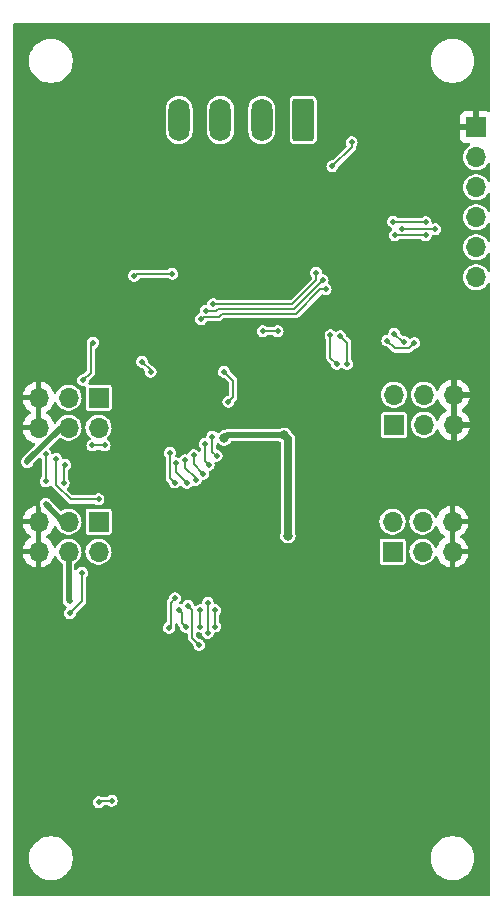
<source format=gbr>
%TF.GenerationSoftware,KiCad,Pcbnew,8.0.2*%
%TF.CreationDate,2024-10-12T15:01:18+02:00*%
%TF.ProjectId,OS-servoDriver,4f532d73-6572-4766-9f44-72697665722e,rev?*%
%TF.SameCoordinates,Original*%
%TF.FileFunction,Copper,L2,Bot*%
%TF.FilePolarity,Positive*%
%FSLAX46Y46*%
G04 Gerber Fmt 4.6, Leading zero omitted, Abs format (unit mm)*
G04 Created by KiCad (PCBNEW 8.0.2) date 2024-10-12 15:01:18*
%MOMM*%
%LPD*%
G01*
G04 APERTURE LIST*
G04 Aperture macros list*
%AMRoundRect*
0 Rectangle with rounded corners*
0 $1 Rounding radius*
0 $2 $3 $4 $5 $6 $7 $8 $9 X,Y pos of 4 corners*
0 Add a 4 corners polygon primitive as box body*
4,1,4,$2,$3,$4,$5,$6,$7,$8,$9,$2,$3,0*
0 Add four circle primitives for the rounded corners*
1,1,$1+$1,$2,$3*
1,1,$1+$1,$4,$5*
1,1,$1+$1,$6,$7*
1,1,$1+$1,$8,$9*
0 Add four rect primitives between the rounded corners*
20,1,$1+$1,$2,$3,$4,$5,0*
20,1,$1+$1,$4,$5,$6,$7,0*
20,1,$1+$1,$6,$7,$8,$9,0*
20,1,$1+$1,$8,$9,$2,$3,0*%
G04 Aperture macros list end*
%TA.AperFunction,ComponentPad*%
%ADD10R,1.700000X1.700000*%
%TD*%
%TA.AperFunction,ComponentPad*%
%ADD11O,1.700000X1.700000*%
%TD*%
%TA.AperFunction,ComponentPad*%
%ADD12RoundRect,0.250000X0.650000X1.550000X-0.650000X1.550000X-0.650000X-1.550000X0.650000X-1.550000X0*%
%TD*%
%TA.AperFunction,ComponentPad*%
%ADD13O,1.800000X3.600000*%
%TD*%
%TA.AperFunction,ViaPad*%
%ADD14C,0.500000*%
%TD*%
%TA.AperFunction,ViaPad*%
%ADD15C,0.800000*%
%TD*%
%TA.AperFunction,Conductor*%
%ADD16C,0.200000*%
%TD*%
%TA.AperFunction,Conductor*%
%ADD17C,0.700000*%
%TD*%
%TA.AperFunction,Conductor*%
%ADD18C,0.500000*%
%TD*%
G04 APERTURE END LIST*
D10*
%TO.P,J801,1,Pin_1*%
%TO.N,/atmega/bus2.pin1*%
X132920000Y-146540000D03*
D11*
%TO.P,J801,2,Pin_2*%
%TO.N,/atmega/bus2.pin2*%
X132920000Y-144000000D03*
%TO.P,J801,3,Pin_3*%
%TO.N,+5VA*%
X135460000Y-146540000D03*
%TO.P,J801,4,Pin_4*%
X135460000Y-144000000D03*
%TO.P,J801,5,Pin_5*%
%TO.N,GND*%
X138000000Y-146540000D03*
%TO.P,J801,6,Pin_6*%
X138000000Y-144000000D03*
%TD*%
D10*
%TO.P,J1001,1,Pin_1*%
%TO.N,/atmega/bus4.pin1*%
X108025000Y-133500000D03*
D11*
%TO.P,J1001,2,Pin_2*%
%TO.N,/atmega/bus4.pin2*%
X108025000Y-136040000D03*
%TO.P,J1001,3,Pin_3*%
%TO.N,+5VA*%
X105485000Y-133500000D03*
%TO.P,J1001,4,Pin_4*%
X105485000Y-136040000D03*
%TO.P,J1001,5,Pin_5*%
%TO.N,GND*%
X102945000Y-133500000D03*
%TO.P,J1001,6,Pin_6*%
X102945000Y-136040000D03*
%TD*%
D10*
%TO.P,J701,1,Pin_1*%
%TO.N,/atmega/bus1.pin1*%
X133047000Y-135809000D03*
D11*
%TO.P,J701,2,Pin_2*%
%TO.N,/atmega/bus1.pin2*%
X133047000Y-133269000D03*
%TO.P,J701,3,Pin_3*%
%TO.N,+5VA*%
X135587000Y-135809000D03*
%TO.P,J701,4,Pin_4*%
X135587000Y-133269000D03*
%TO.P,J701,5,Pin_5*%
%TO.N,GND*%
X138127000Y-135809000D03*
%TO.P,J701,6,Pin_6*%
X138127000Y-133269000D03*
%TD*%
D10*
%TO.P,J901,1,Pin_1*%
%TO.N,/atmega/bus3.pin1*%
X108025000Y-144000000D03*
D11*
%TO.P,J901,2,Pin_2*%
%TO.N,/atmega/bus3.pin2*%
X108025000Y-146540000D03*
%TO.P,J901,3,Pin_3*%
%TO.N,+5VA*%
X105485000Y-144000000D03*
%TO.P,J901,4,Pin_4*%
X105485000Y-146540000D03*
%TO.P,J901,5,Pin_5*%
%TO.N,GND*%
X102945000Y-144000000D03*
%TO.P,J901,6,Pin_6*%
X102945000Y-146540000D03*
%TD*%
D10*
%TO.P,J201,1,Pin_1*%
%TO.N,GND*%
X140000000Y-110615805D03*
D11*
%TO.P,J201,2,Pin_2*%
%TO.N,+5V*%
X140000000Y-113155805D03*
%TO.P,J201,3,Pin_3*%
%TO.N,/atmega/LED*%
X140000000Y-115695805D03*
%TO.P,J201,4,Pin_4*%
%TO.N,/atmega/MISO*%
X140000000Y-118235805D03*
%TO.P,J201,5,Pin_5*%
%TO.N,/atmega/MOSI*%
X140000000Y-120775805D03*
%TO.P,J201,6,Pin_6*%
%TO.N,/atmega/reset*%
X140000000Y-123315805D03*
%TD*%
D12*
%TO.P,J101,1,Pin_1*%
%TO.N,/DCC/DCC_B*%
X125349000Y-110000000D03*
D13*
%TO.P,J101,2,Pin_2*%
%TO.N,/DCC/DCC_A*%
X121849000Y-110000000D03*
%TO.P,J101,3,Pin_3*%
%TO.N,/D_bridge/AC_2*%
X118349000Y-110000000D03*
%TO.P,J101,4,Pin_4*%
%TO.N,/D_bridge/AC_1*%
X114849000Y-110000000D03*
%TD*%
D14*
%TO.N,GND*%
X102919000Y-113765500D03*
D15*
X122285500Y-147493000D03*
D14*
X119556000Y-130062000D03*
X110285000Y-136920000D03*
X116635000Y-175020000D03*
X111379000Y-160909000D03*
D15*
X126857500Y-142032000D03*
D14*
X122223000Y-115838000D03*
X113665000Y-163068000D03*
X106475000Y-122401500D03*
X113968000Y-136412000D03*
X103935000Y-117702500D03*
X116586000Y-119126000D03*
X110158000Y-133745000D03*
X117651000Y-121299000D03*
X129921000Y-152908000D03*
X108126000Y-117956500D03*
X104570000Y-119734500D03*
X120699000Y-138063000D03*
X112141000Y-172847000D03*
X103935000Y-113638500D03*
X101141000Y-138444000D03*
X119302000Y-117108000D03*
X130683000Y-157353000D03*
X138987000Y-151398000D03*
X108253000Y-113003500D03*
X112063000Y-117829500D03*
X113206000Y-138063000D03*
X110666000Y-166511000D03*
X137336000Y-111266000D03*
X113333000Y-141111000D03*
X125857000Y-104902000D03*
X112571000Y-132602000D03*
X120523000Y-127254000D03*
X128270000Y-168148000D03*
X104570000Y-120623500D03*
X138606000Y-113425000D03*
X123239000Y-124474000D03*
X104062000Y-151144000D03*
X107188000Y-113919000D03*
X129540000Y-128143000D03*
X138606000Y-154700000D03*
X127762000Y-157607000D03*
X123698000Y-114173000D03*
X106348000Y-117702500D03*
D15*
X127365500Y-145080000D03*
D14*
X109396000Y-140984000D03*
X121031000Y-168148000D03*
X101903000Y-149112000D03*
X110285000Y-148096000D03*
X118491000Y-116078000D03*
X114476000Y-147588000D03*
X133477000Y-150495000D03*
X123874000Y-166638000D03*
X112571000Y-166511000D03*
X104697000Y-122020500D03*
X134542000Y-166638000D03*
X125652000Y-119394000D03*
X104267000Y-112141000D03*
X121715000Y-138317000D03*
X110031000Y-131967000D03*
X129970000Y-166384000D03*
X101522000Y-142254000D03*
X129413000Y-156083000D03*
D15*
X126476500Y-135555000D03*
D14*
X127684000Y-126252000D03*
X117475000Y-127762000D03*
X109650000Y-138444000D03*
X136906000Y-155843000D03*
X113587000Y-151144000D03*
X101903000Y-122020500D03*
X135636000Y-157861000D03*
X126541000Y-114187000D03*
X110617000Y-171450000D03*
X119507000Y-115062000D03*
X133858000Y-165100000D03*
X114222000Y-132221000D03*
X107618000Y-151144000D03*
X121461000Y-137555000D03*
D15*
X137184000Y-115646000D03*
D14*
X101522000Y-117702500D03*
X101395000Y-113765500D03*
X116508000Y-129935000D03*
D15*
X122412500Y-142032000D03*
D14*
X128651000Y-127508000D03*
X118491000Y-169545000D03*
D15*
X126857500Y-140000000D03*
D14*
X121080000Y-161304000D03*
D15*
X121396500Y-145461000D03*
D14*
X125144000Y-174385000D03*
X118999000Y-160528000D03*
X102665000Y-117702500D03*
X112063000Y-138444000D03*
X112698000Y-135015000D03*
X139114000Y-167527000D03*
X129921000Y-132969000D03*
X117094000Y-155956000D03*
D15*
X123603695Y-118169000D03*
D14*
X132334000Y-154813000D03*
X124460000Y-123952000D03*
X109220000Y-165227000D03*
X112571000Y-113765500D03*
X126541000Y-117870000D03*
D15*
X122968695Y-122995000D03*
D14*
X114095000Y-143143000D03*
X102411000Y-167273000D03*
D15*
X122412500Y-140000000D03*
D14*
X116332000Y-120523000D03*
X114300000Y-156718000D03*
X123825000Y-160020000D03*
X122936000Y-132715000D03*
X125476000Y-162179000D03*
X117348000Y-162306000D03*
X117729000Y-113792000D03*
X109904000Y-143651000D03*
X139622000Y-125871000D03*
X139241000Y-162955000D03*
X114857000Y-133491000D03*
D15*
X125333500Y-134158000D03*
D14*
X125095000Y-130937000D03*
X113079000Y-164860000D03*
X121412000Y-132715000D03*
X138733000Y-159272000D03*
X117489959Y-158869973D03*
D15*
X121571695Y-120074000D03*
D14*
X103173000Y-122020500D03*
D15*
X135787000Y-113487000D03*
D14*
X138352000Y-138063000D03*
D15*
X127619500Y-143810000D03*
D14*
X128143000Y-170434000D03*
X130937000Y-146685000D03*
X138098000Y-141873000D03*
D15*
X122412500Y-141016000D03*
D14*
X114349000Y-175020000D03*
X131699000Y-107315000D03*
X130683000Y-165114000D03*
X114554000Y-154051000D03*
X119253000Y-127381000D03*
X131494000Y-160288000D03*
X116713000Y-104521000D03*
X133018000Y-174639000D03*
X130302000Y-138557000D03*
D15*
X126857500Y-141016000D03*
D14*
X102108000Y-152400000D03*
X116713000Y-116205000D03*
X138352000Y-130824000D03*
%TO.N,+5V*%
X129460000Y-111901000D03*
X127828500Y-113919000D03*
X106635000Y-148350000D03*
X108035000Y-167767000D03*
X108544500Y-137555000D03*
X105078000Y-140730000D03*
X133073944Y-128085944D03*
X105205000Y-139206000D03*
X105599378Y-151765622D03*
X107505500Y-137555000D03*
X133914556Y-128799556D03*
X109135000Y-167640000D03*
D15*
%TO.N,VCC*%
X118667000Y-136920000D03*
X124063500Y-145207000D03*
X123739450Y-136699550D03*
D14*
%TO.N,+5VA*%
X105586000Y-150763000D03*
X101996378Y-138985622D03*
X103545500Y-142508000D03*
%TO.N,/atmega/LED*%
X111719578Y-130480578D03*
X114500000Y-150500000D03*
X127254000Y-124333000D03*
X135726500Y-118661500D03*
X114000000Y-153000000D03*
X114069906Y-138183727D03*
X112433190Y-131321190D03*
X116705444Y-126865444D03*
X132969000Y-118618000D03*
X114476000Y-140699500D03*
%TO.N,/atmega/reset*%
X123190000Y-127889000D03*
X134772056Y-128879944D03*
X121920000Y-127889000D03*
X132484944Y-128674944D03*
%TO.N,/atmega/sw1*%
X115492000Y-140730000D03*
X114857000Y-151492500D03*
X115400500Y-152922000D03*
X114603000Y-139079000D03*
%TO.N,/atmega/sw2*%
X115619000Y-151144000D03*
X116254000Y-140476000D03*
X115365000Y-138825000D03*
X116560750Y-154457250D03*
%TO.N,/atmega/sw3*%
X116635000Y-151492500D03*
X116635000Y-152891500D03*
X116889000Y-139968000D03*
X116076878Y-138393878D03*
%TO.N,/atmega/sw4*%
X118667000Y-131332000D03*
X117355500Y-139206000D03*
X117270000Y-153430000D03*
X119028290Y-133868992D03*
X117270000Y-150890000D03*
X117016000Y-137428000D03*
%TO.N,/atmega/sw5*%
X118018622Y-138430622D03*
X117905000Y-151492500D03*
X117905000Y-152891500D03*
X117664378Y-136806378D03*
%TO.N,/atmega/MOSI*%
X135726500Y-119761000D03*
X126450500Y-122936000D03*
X133096000Y-119761000D03*
X117729000Y-125595444D03*
%TO.N,/atmega/MISO*%
X117094000Y-126144944D03*
X127000000Y-123571000D03*
X136525000Y-119253000D03*
X133731000Y-119211500D03*
%TO.N,/atmega/bus2.pin1*%
X128192000Y-130649500D03*
X127665694Y-128239306D03*
%TO.N,/atmega/bus2.pin2*%
X129081000Y-130649500D03*
X128498750Y-128295250D03*
%TO.N,/atmega/bus3.pin1*%
X104443000Y-138698000D03*
X108025000Y-142127000D03*
%TO.N,/atmega/bus3.pin2*%
X111047000Y-123204000D03*
X103554000Y-138317000D03*
X114277972Y-123035500D03*
X103554000Y-140603000D03*
%TO.N,/atmega/bus4.pin2*%
X106729000Y-132022000D03*
X107557736Y-128858736D03*
%TD*%
D16*
%TO.N,+5V*%
X107505500Y-137555000D02*
X108544500Y-137555000D01*
X108162000Y-167640000D02*
X108035000Y-167767000D01*
X129460000Y-112287500D02*
X129460000Y-111901000D01*
X127828500Y-113919000D02*
X129460000Y-112287500D01*
X109135000Y-167640000D02*
X108162000Y-167640000D01*
X106635000Y-148350000D02*
X106635000Y-150730000D01*
X133787556Y-128799556D02*
X133073944Y-128085944D01*
X106635000Y-150730000D02*
X105599378Y-151765622D01*
X105078000Y-140730000D02*
X105078000Y-139333000D01*
X105078000Y-139333000D02*
X105205000Y-139206000D01*
X133914556Y-128799556D02*
X133787556Y-128799556D01*
D17*
%TO.N,VCC*%
X124063500Y-137023600D02*
X123739450Y-136699550D01*
X124063500Y-145207000D02*
X124063500Y-137023600D01*
D18*
X118887450Y-136699550D02*
X118667000Y-136920000D01*
X123739450Y-136699550D02*
X118887450Y-136699550D01*
%TO.N,+5VA*%
X105485000Y-150662000D02*
X105586000Y-150763000D01*
X105485000Y-146540000D02*
X105485000Y-150662000D01*
X101996378Y-138884672D02*
X101996378Y-138985622D01*
X105485000Y-136040000D02*
X104841050Y-136040000D01*
X104841050Y-136040000D02*
X101996378Y-138884672D01*
X105037500Y-144000000D02*
X103545500Y-142508000D01*
D16*
%TO.N,/atmega/LED*%
X114137000Y-152863000D02*
X114137000Y-150863000D01*
X118491000Y-126395444D02*
X124757060Y-126395444D01*
X116705444Y-126865444D02*
X116875944Y-126694944D01*
X116875944Y-126694944D02*
X118191500Y-126694944D01*
X135726500Y-118661500D02*
X133012500Y-118661500D01*
X114476000Y-140699500D02*
X114053000Y-140276500D01*
X112433190Y-131321190D02*
X112433190Y-131194190D01*
X124757060Y-126395444D02*
X126819504Y-124333000D01*
X114137000Y-150863000D02*
X114500000Y-150500000D01*
X114000000Y-153000000D02*
X114137000Y-152863000D01*
X133012500Y-118661500D02*
X132969000Y-118618000D01*
X118191500Y-126694944D02*
X118491000Y-126395444D01*
X112433190Y-131194190D02*
X111719578Y-130480578D01*
X126819504Y-124333000D02*
X127254000Y-124333000D01*
X114053000Y-138200633D02*
X114069906Y-138183727D01*
X114053000Y-140276500D02*
X114053000Y-138200633D01*
%TO.N,/atmega/reset*%
X121920000Y-127889000D02*
X123190000Y-127889000D01*
X133159556Y-129349556D02*
X134302444Y-129349556D01*
X134302444Y-129349556D02*
X134772056Y-128879944D01*
X132484944Y-128674944D02*
X133159556Y-129349556D01*
%TO.N,/atmega/sw1*%
X114857000Y-151492500D02*
X115069000Y-151704500D01*
X115069000Y-151704500D02*
X115069000Y-152590500D01*
X114603000Y-139841000D02*
X115492000Y-140730000D01*
X115069000Y-152590500D02*
X115400500Y-152922000D01*
X114603000Y-139079000D02*
X114603000Y-139841000D01*
%TO.N,/atmega/sw2*%
X116254000Y-140349000D02*
X115365000Y-139460000D01*
X115365000Y-139460000D02*
X115365000Y-138825000D01*
X115950000Y-153846500D02*
X115950000Y-151475000D01*
X115950000Y-151475000D02*
X115619000Y-151144000D01*
X116560750Y-154457250D02*
X115950000Y-153846500D01*
%TO.N,/atmega/sw3*%
X116635000Y-152891500D02*
X116635000Y-151492500D01*
X116889000Y-139968000D02*
X116076878Y-139155878D01*
X116076878Y-139155878D02*
X116076878Y-138393878D01*
%TO.N,/atmega/sw4*%
X119429000Y-132094000D02*
X119429000Y-133468282D01*
X117016000Y-138866500D02*
X117355500Y-139206000D01*
X117016000Y-137428000D02*
X117016000Y-138866500D01*
X118667000Y-131332000D02*
X119429000Y-132094000D01*
X117270000Y-150890000D02*
X117270000Y-153430000D01*
X119429000Y-133468282D02*
X119028290Y-133868992D01*
%TO.N,/atmega/sw5*%
X117905000Y-152891500D02*
X117905000Y-151492500D01*
X117664378Y-138076378D02*
X117664378Y-136806378D01*
X118018622Y-138430622D02*
X117664378Y-138076378D01*
%TO.N,/atmega/MOSI*%
X124425688Y-125595444D02*
X117729000Y-125595444D01*
X126450500Y-122936000D02*
X126450500Y-123570632D01*
X126450500Y-123570632D02*
X124425688Y-125595444D01*
X133096000Y-119761000D02*
X135726500Y-119761000D01*
%TO.N,/atmega/MISO*%
X124591374Y-125995444D02*
X127000000Y-123586818D01*
X136483000Y-119211000D02*
X136525000Y-119253000D01*
X127000000Y-123586818D02*
X127000000Y-123571000D01*
X117957318Y-126144944D02*
X118106818Y-125995444D01*
X133731000Y-119211500D02*
X133731500Y-119211000D01*
X133731500Y-119211000D02*
X136483000Y-119211000D01*
X117094000Y-126144944D02*
X117957318Y-126144944D01*
X118106818Y-125995444D02*
X124591374Y-125995444D01*
%TO.N,/atmega/bus2.pin1*%
X127665694Y-130123194D02*
X128192000Y-130649500D01*
X127665694Y-128239306D02*
X127665694Y-130123194D01*
%TO.N,/atmega/bus2.pin2*%
X129081000Y-128877500D02*
X129081000Y-130649500D01*
X128498750Y-128295250D02*
X129081000Y-128877500D01*
%TO.N,/atmega/bus3.pin1*%
X105697182Y-142127000D02*
X104443000Y-140872818D01*
X104443000Y-140872818D02*
X104443000Y-138698000D01*
X108025000Y-142127000D02*
X105697182Y-142127000D01*
%TO.N,/atmega/bus3.pin2*%
X114277972Y-123035500D02*
X111215500Y-123035500D01*
X111215500Y-123035500D02*
X111047000Y-123204000D01*
X103554000Y-138317000D02*
X103554000Y-140603000D01*
%TO.N,/atmega/bus4.pin2*%
X107364000Y-131387000D02*
X106729000Y-132022000D01*
X107557736Y-128858736D02*
X107364000Y-129052472D01*
X107364000Y-129052472D02*
X107364000Y-131387000D01*
%TD*%
%TA.AperFunction,Conductor*%
%TO.N,GND*%
G36*
X103195000Y-146106988D02*
G01*
X103137993Y-146074075D01*
X103010826Y-146040000D01*
X102879174Y-146040000D01*
X102752007Y-146074075D01*
X102695000Y-146106988D01*
X102695000Y-144433012D01*
X102752007Y-144465925D01*
X102879174Y-144500000D01*
X103010826Y-144500000D01*
X103137993Y-144465925D01*
X103195000Y-144433012D01*
X103195000Y-146106988D01*
G37*
%TD.AperFunction*%
%TA.AperFunction,Conductor*%
G36*
X138250000Y-146106988D02*
G01*
X138192993Y-146074075D01*
X138065826Y-146040000D01*
X137934174Y-146040000D01*
X137807007Y-146074075D01*
X137750000Y-146106988D01*
X137750000Y-144433012D01*
X137807007Y-144465925D01*
X137934174Y-144500000D01*
X138065826Y-144500000D01*
X138192993Y-144465925D01*
X138250000Y-144433012D01*
X138250000Y-146106988D01*
G37*
%TD.AperFunction*%
%TA.AperFunction,Conductor*%
G36*
X103195000Y-135606988D02*
G01*
X103137993Y-135574075D01*
X103010826Y-135540000D01*
X102879174Y-135540000D01*
X102752007Y-135574075D01*
X102695000Y-135606988D01*
X102695000Y-133933012D01*
X102752007Y-133965925D01*
X102879174Y-134000000D01*
X103010826Y-134000000D01*
X103137993Y-133965925D01*
X103195000Y-133933012D01*
X103195000Y-135606988D01*
G37*
%TD.AperFunction*%
%TA.AperFunction,Conductor*%
G36*
X138377000Y-135375988D02*
G01*
X138319993Y-135343075D01*
X138192826Y-135309000D01*
X138061174Y-135309000D01*
X137934007Y-135343075D01*
X137877000Y-135375988D01*
X137877000Y-133702012D01*
X137934007Y-133734925D01*
X138061174Y-133769000D01*
X138192826Y-133769000D01*
X138319993Y-133734925D01*
X138377000Y-133702012D01*
X138377000Y-135375988D01*
G37*
%TD.AperFunction*%
%TA.AperFunction,Conductor*%
G36*
X141142539Y-101820185D02*
G01*
X141188294Y-101872989D01*
X141199500Y-101924500D01*
X141199500Y-109183920D01*
X141179815Y-109250959D01*
X141127011Y-109296714D01*
X141057853Y-109306658D01*
X141032167Y-109300102D01*
X140957379Y-109272208D01*
X140957372Y-109272206D01*
X140897844Y-109265805D01*
X140250000Y-109265805D01*
X140250000Y-110182793D01*
X140192993Y-110149880D01*
X140065826Y-110115805D01*
X139934174Y-110115805D01*
X139807007Y-110149880D01*
X139750000Y-110182793D01*
X139750000Y-109265805D01*
X139102155Y-109265805D01*
X139042627Y-109272206D01*
X139042620Y-109272208D01*
X138907913Y-109322450D01*
X138907906Y-109322454D01*
X138792812Y-109408614D01*
X138792809Y-109408617D01*
X138706649Y-109523711D01*
X138706645Y-109523718D01*
X138656403Y-109658425D01*
X138656401Y-109658432D01*
X138650000Y-109717960D01*
X138650000Y-110365805D01*
X139566988Y-110365805D01*
X139534075Y-110422812D01*
X139500000Y-110549979D01*
X139500000Y-110681631D01*
X139534075Y-110808798D01*
X139566988Y-110865805D01*
X138650000Y-110865805D01*
X138650000Y-111513649D01*
X138656401Y-111573177D01*
X138656403Y-111573184D01*
X138706645Y-111707891D01*
X138706649Y-111707898D01*
X138792809Y-111822992D01*
X138792812Y-111822995D01*
X138907906Y-111909155D01*
X138907913Y-111909159D01*
X139042620Y-111959401D01*
X139042627Y-111959403D01*
X139102155Y-111965804D01*
X139102172Y-111965805D01*
X139395612Y-111965805D01*
X139462651Y-111985490D01*
X139508406Y-112038294D01*
X139518350Y-112107452D01*
X139489325Y-112171008D01*
X139460889Y-112195232D01*
X139333960Y-112273822D01*
X139333958Y-112273824D01*
X139183237Y-112411223D01*
X139060327Y-112573983D01*
X138969422Y-112756544D01*
X138969417Y-112756557D01*
X138913602Y-112952722D01*
X138894785Y-113155804D01*
X138894785Y-113155805D01*
X138913602Y-113358887D01*
X138969417Y-113555052D01*
X138969422Y-113555065D01*
X139060327Y-113737626D01*
X139183237Y-113900386D01*
X139333958Y-114037785D01*
X139333960Y-114037787D01*
X139372187Y-114061456D01*
X139507363Y-114145153D01*
X139697544Y-114218829D01*
X139898024Y-114256305D01*
X139898026Y-114256305D01*
X140101974Y-114256305D01*
X140101976Y-114256305D01*
X140302456Y-114218829D01*
X140492637Y-114145153D01*
X140666041Y-114037786D01*
X140816764Y-113900384D01*
X140939673Y-113737626D01*
X140964500Y-113687767D01*
X141012002Y-113636530D01*
X141079665Y-113619108D01*
X141146006Y-113641033D01*
X141189961Y-113695344D01*
X141199500Y-113743038D01*
X141199500Y-115108571D01*
X141179815Y-115175610D01*
X141127011Y-115221365D01*
X141057853Y-115231309D01*
X140994297Y-115202284D01*
X140964500Y-115163843D01*
X140954839Y-115144441D01*
X140939673Y-115113984D01*
X140816764Y-114951226D01*
X140816762Y-114951223D01*
X140666041Y-114813824D01*
X140666039Y-114813822D01*
X140492642Y-114706460D01*
X140492635Y-114706456D01*
X140397546Y-114669619D01*
X140302456Y-114632781D01*
X140101976Y-114595305D01*
X139898024Y-114595305D01*
X139697544Y-114632781D01*
X139697541Y-114632781D01*
X139697541Y-114632782D01*
X139507364Y-114706456D01*
X139507357Y-114706460D01*
X139333960Y-114813822D01*
X139333958Y-114813824D01*
X139183237Y-114951223D01*
X139060327Y-115113983D01*
X138969422Y-115296544D01*
X138969417Y-115296557D01*
X138913602Y-115492722D01*
X138894785Y-115695804D01*
X138894785Y-115695805D01*
X138913602Y-115898887D01*
X138969417Y-116095052D01*
X138969422Y-116095065D01*
X139060327Y-116277626D01*
X139183237Y-116440386D01*
X139333958Y-116577785D01*
X139333960Y-116577787D01*
X139433141Y-116639197D01*
X139507363Y-116685153D01*
X139697544Y-116758829D01*
X139898024Y-116796305D01*
X139898026Y-116796305D01*
X140101974Y-116796305D01*
X140101976Y-116796305D01*
X140302456Y-116758829D01*
X140492637Y-116685153D01*
X140666041Y-116577786D01*
X140816764Y-116440384D01*
X140939673Y-116277626D01*
X140964500Y-116227767D01*
X141012002Y-116176530D01*
X141079665Y-116159108D01*
X141146006Y-116181033D01*
X141189961Y-116235344D01*
X141199500Y-116283038D01*
X141199500Y-117648571D01*
X141179815Y-117715610D01*
X141127011Y-117761365D01*
X141057853Y-117771309D01*
X140994297Y-117742284D01*
X140964500Y-117703843D01*
X140954839Y-117684441D01*
X140939673Y-117653984D01*
X140816764Y-117491226D01*
X140816762Y-117491223D01*
X140666041Y-117353824D01*
X140666039Y-117353822D01*
X140492642Y-117246460D01*
X140492635Y-117246456D01*
X140397546Y-117209619D01*
X140302456Y-117172781D01*
X140101976Y-117135305D01*
X139898024Y-117135305D01*
X139697544Y-117172781D01*
X139697541Y-117172781D01*
X139697541Y-117172782D01*
X139507364Y-117246456D01*
X139507357Y-117246460D01*
X139333960Y-117353822D01*
X139333958Y-117353824D01*
X139183237Y-117491223D01*
X139060327Y-117653983D01*
X138969422Y-117836544D01*
X138969417Y-117836557D01*
X138913602Y-118032722D01*
X138894785Y-118235804D01*
X138894785Y-118235805D01*
X138913602Y-118438887D01*
X138969417Y-118635052D01*
X138969422Y-118635065D01*
X139060327Y-118817626D01*
X139183237Y-118980386D01*
X139333958Y-119117785D01*
X139333960Y-119117787D01*
X139335112Y-119118500D01*
X139507363Y-119225153D01*
X139697544Y-119298829D01*
X139898024Y-119336305D01*
X139898026Y-119336305D01*
X140101974Y-119336305D01*
X140101976Y-119336305D01*
X140302456Y-119298829D01*
X140492637Y-119225153D01*
X140666041Y-119117786D01*
X140816764Y-118980384D01*
X140939673Y-118817626D01*
X140963025Y-118770729D01*
X140964500Y-118767767D01*
X141012002Y-118716530D01*
X141079665Y-118699108D01*
X141146006Y-118721033D01*
X141189961Y-118775344D01*
X141199500Y-118823038D01*
X141199500Y-120188571D01*
X141179815Y-120255610D01*
X141127011Y-120301365D01*
X141057853Y-120311309D01*
X140994297Y-120282284D01*
X140964500Y-120243843D01*
X140953102Y-120220953D01*
X140939673Y-120193984D01*
X140816764Y-120031226D01*
X140816762Y-120031223D01*
X140666041Y-119893824D01*
X140666039Y-119893822D01*
X140492642Y-119786460D01*
X140492635Y-119786456D01*
X140351777Y-119731888D01*
X140302456Y-119712781D01*
X140101976Y-119675305D01*
X139898024Y-119675305D01*
X139697544Y-119712781D01*
X139697541Y-119712781D01*
X139697541Y-119712782D01*
X139507364Y-119786456D01*
X139507357Y-119786460D01*
X139333960Y-119893822D01*
X139333958Y-119893824D01*
X139183237Y-120031223D01*
X139060327Y-120193983D01*
X138969422Y-120376544D01*
X138969417Y-120376557D01*
X138913602Y-120572722D01*
X138894785Y-120775804D01*
X138894785Y-120775805D01*
X138913602Y-120978887D01*
X138969417Y-121175052D01*
X138969422Y-121175065D01*
X139060327Y-121357626D01*
X139183237Y-121520386D01*
X139333958Y-121657785D01*
X139333960Y-121657787D01*
X139433141Y-121719197D01*
X139507363Y-121765153D01*
X139697544Y-121838829D01*
X139898024Y-121876305D01*
X139898026Y-121876305D01*
X140101974Y-121876305D01*
X140101976Y-121876305D01*
X140302456Y-121838829D01*
X140492637Y-121765153D01*
X140666041Y-121657786D01*
X140816764Y-121520384D01*
X140939673Y-121357626D01*
X140964500Y-121307767D01*
X141012002Y-121256530D01*
X141079665Y-121239108D01*
X141146006Y-121261033D01*
X141189961Y-121315344D01*
X141199500Y-121363038D01*
X141199500Y-122728571D01*
X141179815Y-122795610D01*
X141127011Y-122841365D01*
X141057853Y-122851309D01*
X140994297Y-122822284D01*
X140964500Y-122783843D01*
X140953686Y-122762126D01*
X140939673Y-122733984D01*
X140816764Y-122571226D01*
X140816762Y-122571223D01*
X140666041Y-122433824D01*
X140666039Y-122433822D01*
X140492642Y-122326460D01*
X140492635Y-122326456D01*
X140397546Y-122289619D01*
X140302456Y-122252781D01*
X140101976Y-122215305D01*
X139898024Y-122215305D01*
X139697544Y-122252781D01*
X139697541Y-122252781D01*
X139697541Y-122252782D01*
X139507364Y-122326456D01*
X139507357Y-122326460D01*
X139333960Y-122433822D01*
X139333958Y-122433824D01*
X139183237Y-122571223D01*
X139060327Y-122733983D01*
X138969422Y-122916544D01*
X138969417Y-122916557D01*
X138913602Y-123112722D01*
X138894785Y-123315804D01*
X138894785Y-123315805D01*
X138913602Y-123518887D01*
X138969417Y-123715052D01*
X138969422Y-123715065D01*
X139060327Y-123897626D01*
X139183237Y-124060386D01*
X139333958Y-124197785D01*
X139333960Y-124197787D01*
X139433141Y-124259197D01*
X139507363Y-124305153D01*
X139697544Y-124378829D01*
X139898024Y-124416305D01*
X139898026Y-124416305D01*
X140101974Y-124416305D01*
X140101976Y-124416305D01*
X140302456Y-124378829D01*
X140492637Y-124305153D01*
X140666041Y-124197786D01*
X140816764Y-124060384D01*
X140939673Y-123897626D01*
X140964500Y-123847767D01*
X141012002Y-123796530D01*
X141079665Y-123779108D01*
X141146006Y-123801033D01*
X141189961Y-123855344D01*
X141199500Y-123903038D01*
X141199500Y-175575500D01*
X141179815Y-175642539D01*
X141127011Y-175688294D01*
X141075500Y-175699500D01*
X100924500Y-175699500D01*
X100857461Y-175679815D01*
X100811706Y-175627011D01*
X100800500Y-175575500D01*
X100800500Y-172378711D01*
X102149500Y-172378711D01*
X102149500Y-172621288D01*
X102181161Y-172861785D01*
X102243947Y-173096104D01*
X102336773Y-173320205D01*
X102336776Y-173320212D01*
X102458064Y-173530289D01*
X102458066Y-173530292D01*
X102458067Y-173530293D01*
X102605733Y-173722736D01*
X102605739Y-173722743D01*
X102777256Y-173894260D01*
X102777262Y-173894265D01*
X102969711Y-174041936D01*
X103179788Y-174163224D01*
X103403900Y-174256054D01*
X103638211Y-174318838D01*
X103818586Y-174342584D01*
X103878711Y-174350500D01*
X103878712Y-174350500D01*
X104121289Y-174350500D01*
X104169388Y-174344167D01*
X104361789Y-174318838D01*
X104596100Y-174256054D01*
X104820212Y-174163224D01*
X105030289Y-174041936D01*
X105222738Y-173894265D01*
X105394265Y-173722738D01*
X105541936Y-173530289D01*
X105663224Y-173320212D01*
X105756054Y-173096100D01*
X105818838Y-172861789D01*
X105850500Y-172621288D01*
X105850500Y-172378712D01*
X105850500Y-172378711D01*
X136149500Y-172378711D01*
X136149500Y-172621288D01*
X136181161Y-172861785D01*
X136243947Y-173096104D01*
X136336773Y-173320205D01*
X136336776Y-173320212D01*
X136458064Y-173530289D01*
X136458066Y-173530292D01*
X136458067Y-173530293D01*
X136605733Y-173722736D01*
X136605739Y-173722743D01*
X136777256Y-173894260D01*
X136777262Y-173894265D01*
X136969711Y-174041936D01*
X137179788Y-174163224D01*
X137403900Y-174256054D01*
X137638211Y-174318838D01*
X137818586Y-174342584D01*
X137878711Y-174350500D01*
X137878712Y-174350500D01*
X138121289Y-174350500D01*
X138169388Y-174344167D01*
X138361789Y-174318838D01*
X138596100Y-174256054D01*
X138820212Y-174163224D01*
X139030289Y-174041936D01*
X139222738Y-173894265D01*
X139394265Y-173722738D01*
X139541936Y-173530289D01*
X139663224Y-173320212D01*
X139756054Y-173096100D01*
X139818838Y-172861789D01*
X139850500Y-172621288D01*
X139850500Y-172378712D01*
X139818838Y-172138211D01*
X139756054Y-171903900D01*
X139663224Y-171679788D01*
X139541936Y-171469711D01*
X139394265Y-171277262D01*
X139394260Y-171277256D01*
X139222743Y-171105739D01*
X139222736Y-171105733D01*
X139030293Y-170958067D01*
X139030292Y-170958066D01*
X139030289Y-170958064D01*
X138820212Y-170836776D01*
X138820205Y-170836773D01*
X138596104Y-170743947D01*
X138361785Y-170681161D01*
X138121289Y-170649500D01*
X138121288Y-170649500D01*
X137878712Y-170649500D01*
X137878711Y-170649500D01*
X137638214Y-170681161D01*
X137403895Y-170743947D01*
X137179794Y-170836773D01*
X137179785Y-170836777D01*
X136969706Y-170958067D01*
X136777263Y-171105733D01*
X136777256Y-171105739D01*
X136605739Y-171277256D01*
X136605733Y-171277263D01*
X136458067Y-171469706D01*
X136336777Y-171679785D01*
X136336773Y-171679794D01*
X136243947Y-171903895D01*
X136181161Y-172138214D01*
X136149500Y-172378711D01*
X105850500Y-172378711D01*
X105818838Y-172138211D01*
X105756054Y-171903900D01*
X105663224Y-171679788D01*
X105541936Y-171469711D01*
X105394265Y-171277262D01*
X105394260Y-171277256D01*
X105222743Y-171105739D01*
X105222736Y-171105733D01*
X105030293Y-170958067D01*
X105030292Y-170958066D01*
X105030289Y-170958064D01*
X104820212Y-170836776D01*
X104820205Y-170836773D01*
X104596104Y-170743947D01*
X104361785Y-170681161D01*
X104121289Y-170649500D01*
X104121288Y-170649500D01*
X103878712Y-170649500D01*
X103878711Y-170649500D01*
X103638214Y-170681161D01*
X103403895Y-170743947D01*
X103179794Y-170836773D01*
X103179785Y-170836777D01*
X102969706Y-170958067D01*
X102777263Y-171105733D01*
X102777256Y-171105739D01*
X102605739Y-171277256D01*
X102605733Y-171277263D01*
X102458067Y-171469706D01*
X102336777Y-171679785D01*
X102336773Y-171679794D01*
X102243947Y-171903895D01*
X102181161Y-172138214D01*
X102149500Y-172378711D01*
X100800500Y-172378711D01*
X100800500Y-167767000D01*
X107529353Y-167767000D01*
X107549834Y-167909456D01*
X107601298Y-168022145D01*
X107609623Y-168040373D01*
X107703872Y-168149143D01*
X107824947Y-168226953D01*
X107824950Y-168226954D01*
X107824949Y-168226954D01*
X107963036Y-168267499D01*
X107963038Y-168267500D01*
X107963039Y-168267500D01*
X108106962Y-168267500D01*
X108106962Y-168267499D01*
X108245053Y-168226953D01*
X108366128Y-168149143D01*
X108460377Y-168040373D01*
X108460378Y-168040371D01*
X108466185Y-168033670D01*
X108468954Y-168036069D01*
X108508688Y-168001678D01*
X108560138Y-167990500D01*
X108721105Y-167990500D01*
X108788144Y-168010185D01*
X108802312Y-168020790D01*
X108803866Y-168022137D01*
X108803872Y-168022143D01*
X108924947Y-168099953D01*
X108924950Y-168099954D01*
X108924949Y-168099954D01*
X109063036Y-168140499D01*
X109063038Y-168140500D01*
X109063039Y-168140500D01*
X109206962Y-168140500D01*
X109206962Y-168140499D01*
X109345053Y-168099953D01*
X109466128Y-168022143D01*
X109560377Y-167913373D01*
X109620165Y-167782457D01*
X109640647Y-167640000D01*
X109620165Y-167497543D01*
X109560377Y-167366627D01*
X109466128Y-167257857D01*
X109345053Y-167180047D01*
X109345051Y-167180046D01*
X109345049Y-167180045D01*
X109345050Y-167180045D01*
X109206963Y-167139500D01*
X109206961Y-167139500D01*
X109063039Y-167139500D01*
X109063036Y-167139500D01*
X108924949Y-167180045D01*
X108803876Y-167257854D01*
X108803874Y-167257855D01*
X108803872Y-167257857D01*
X108803870Y-167257858D01*
X108802312Y-167259210D01*
X108800427Y-167260070D01*
X108796411Y-167262652D01*
X108796039Y-167262074D01*
X108738757Y-167288237D01*
X108721105Y-167289500D01*
X108203120Y-167289500D01*
X108168186Y-167284477D01*
X108138002Y-167275614D01*
X108106962Y-167266500D01*
X108106961Y-167266500D01*
X107963039Y-167266500D01*
X107963036Y-167266500D01*
X107824949Y-167307045D01*
X107703873Y-167384856D01*
X107609623Y-167493626D01*
X107609622Y-167493628D01*
X107549834Y-167624543D01*
X107529353Y-167767000D01*
X100800500Y-167767000D01*
X100800500Y-153000000D01*
X113494353Y-153000000D01*
X113514834Y-153142456D01*
X113525071Y-153164871D01*
X113574623Y-153273373D01*
X113668872Y-153382143D01*
X113789947Y-153459953D01*
X113789950Y-153459954D01*
X113789949Y-153459954D01*
X113860115Y-153480556D01*
X113920730Y-153498354D01*
X113928036Y-153500499D01*
X113928038Y-153500500D01*
X113928039Y-153500500D01*
X114071962Y-153500500D01*
X114071962Y-153500499D01*
X114210053Y-153459953D01*
X114331128Y-153382143D01*
X114425377Y-153273373D01*
X114485165Y-153142457D01*
X114505647Y-153000000D01*
X114488762Y-152882560D01*
X114487500Y-152864913D01*
X114487500Y-152716414D01*
X114507185Y-152649375D01*
X114559989Y-152603620D01*
X114629147Y-152593676D01*
X114692703Y-152622701D01*
X114730477Y-152681479D01*
X114731275Y-152684322D01*
X114737294Y-152706786D01*
X114742385Y-152725785D01*
X114742387Y-152725790D01*
X114788527Y-152805708D01*
X114788531Y-152805713D01*
X114863995Y-152881177D01*
X114897480Y-152942500D01*
X114899052Y-152951210D01*
X114915334Y-153064456D01*
X114950956Y-153142456D01*
X114975123Y-153195373D01*
X115069372Y-153304143D01*
X115190447Y-153381953D01*
X115190450Y-153381954D01*
X115190449Y-153381954D01*
X115328536Y-153422499D01*
X115328538Y-153422500D01*
X115475500Y-153422500D01*
X115542539Y-153442185D01*
X115588294Y-153494989D01*
X115599500Y-153546500D01*
X115599500Y-153892645D01*
X115616676Y-153956748D01*
X115623385Y-153981785D01*
X115623387Y-153981790D01*
X115669527Y-154061708D01*
X115669531Y-154061713D01*
X116024245Y-154416427D01*
X116057730Y-154477750D01*
X116059302Y-154486460D01*
X116075584Y-154599706D01*
X116135372Y-154730621D01*
X116135373Y-154730623D01*
X116229622Y-154839393D01*
X116350697Y-154917203D01*
X116350700Y-154917204D01*
X116350699Y-154917204D01*
X116488786Y-154957749D01*
X116488788Y-154957750D01*
X116488789Y-154957750D01*
X116632712Y-154957750D01*
X116632712Y-154957749D01*
X116770803Y-154917203D01*
X116891878Y-154839393D01*
X116986127Y-154730623D01*
X117045915Y-154599707D01*
X117066397Y-154457250D01*
X117045915Y-154314793D01*
X116986127Y-154183877D01*
X116891878Y-154075107D01*
X116891876Y-154075105D01*
X116886070Y-154068405D01*
X116887200Y-154067425D01*
X116860617Y-154026053D01*
X116805559Y-154018134D01*
X116790037Y-154009658D01*
X116770801Y-153997295D01*
X116632713Y-153956750D01*
X116632711Y-153956750D01*
X116607294Y-153956750D01*
X116540255Y-153937065D01*
X116519613Y-153920431D01*
X116336819Y-153737637D01*
X116303334Y-153676314D01*
X116300500Y-153649956D01*
X116300500Y-153480556D01*
X116320185Y-153413517D01*
X116372989Y-153367762D01*
X116442147Y-153357818D01*
X116459428Y-153361577D01*
X116497411Y-153372730D01*
X116563038Y-153392000D01*
X116651443Y-153392000D01*
X116718482Y-153411685D01*
X116764237Y-153464489D01*
X116774180Y-153498352D01*
X116776849Y-153516916D01*
X116784834Y-153572456D01*
X116844622Y-153703371D01*
X116844623Y-153703373D01*
X116938872Y-153812143D01*
X116938873Y-153812143D01*
X116944680Y-153818845D01*
X116943548Y-153819825D01*
X116970131Y-153861194D01*
X117025192Y-153869115D01*
X117040701Y-153877584D01*
X117059947Y-153889953D01*
X117163747Y-153920431D01*
X117198036Y-153930499D01*
X117198038Y-153930500D01*
X117198039Y-153930500D01*
X117341962Y-153930500D01*
X117341962Y-153930499D01*
X117480053Y-153889953D01*
X117601128Y-153812143D01*
X117695377Y-153703373D01*
X117755165Y-153572457D01*
X117765819Y-153498353D01*
X117794843Y-153434798D01*
X117853621Y-153397023D01*
X117888557Y-153392000D01*
X117976962Y-153392000D01*
X117976962Y-153391999D01*
X118115053Y-153351453D01*
X118236128Y-153273643D01*
X118330377Y-153164873D01*
X118390165Y-153033957D01*
X118410647Y-152891500D01*
X118390165Y-152749043D01*
X118330377Y-152618127D01*
X118330374Y-152618123D01*
X118285786Y-152566664D01*
X118256762Y-152503108D01*
X118255500Y-152485463D01*
X118255500Y-151898535D01*
X118275185Y-151831496D01*
X118285782Y-151817337D01*
X118330377Y-151765873D01*
X118390165Y-151634957D01*
X118410647Y-151492500D01*
X118390165Y-151350043D01*
X118330377Y-151219127D01*
X118236128Y-151110357D01*
X118115053Y-151032547D01*
X118115051Y-151032546D01*
X118115049Y-151032545D01*
X118115050Y-151032545D01*
X117976963Y-150992000D01*
X117976961Y-150992000D01*
X117897759Y-150992000D01*
X117830720Y-150972315D01*
X117784965Y-150919511D01*
X117775021Y-150885647D01*
X117772861Y-150870627D01*
X117755165Y-150747543D01*
X117695377Y-150616627D01*
X117601128Y-150507857D01*
X117480053Y-150430047D01*
X117480051Y-150430046D01*
X117480049Y-150430045D01*
X117480050Y-150430045D01*
X117341963Y-150389500D01*
X117341961Y-150389500D01*
X117198039Y-150389500D01*
X117198036Y-150389500D01*
X117059949Y-150430045D01*
X116938873Y-150507856D01*
X116844623Y-150616626D01*
X116844622Y-150616628D01*
X116784834Y-150747543D01*
X116764979Y-150885647D01*
X116735954Y-150949202D01*
X116677176Y-150986977D01*
X116642241Y-150992000D01*
X116563036Y-150992000D01*
X116424949Y-151032545D01*
X116297696Y-151114325D01*
X116230656Y-151134009D01*
X116163617Y-151114324D01*
X116117862Y-151061520D01*
X116107919Y-151027654D01*
X116105119Y-151008182D01*
X116104165Y-151001543D01*
X116044377Y-150870627D01*
X115950128Y-150761857D01*
X115829053Y-150684047D01*
X115829051Y-150684046D01*
X115829049Y-150684045D01*
X115829050Y-150684045D01*
X115690963Y-150643500D01*
X115690961Y-150643500D01*
X115547039Y-150643500D01*
X115547036Y-150643500D01*
X115408949Y-150684045D01*
X115287873Y-150761856D01*
X115193623Y-150870626D01*
X115158088Y-150948436D01*
X115112332Y-151001239D01*
X115045293Y-151020923D01*
X115010359Y-151015900D01*
X114960218Y-151001177D01*
X114901440Y-150963402D01*
X114872415Y-150899846D01*
X114882359Y-150830688D01*
X114901441Y-150800997D01*
X114925374Y-150773377D01*
X114925374Y-150773375D01*
X114925377Y-150773373D01*
X114985165Y-150642457D01*
X115005647Y-150500000D01*
X114985165Y-150357543D01*
X114925377Y-150226627D01*
X114831128Y-150117857D01*
X114710053Y-150040047D01*
X114710051Y-150040046D01*
X114710049Y-150040045D01*
X114710050Y-150040045D01*
X114571963Y-149999500D01*
X114571961Y-149999500D01*
X114428039Y-149999500D01*
X114428036Y-149999500D01*
X114289949Y-150040045D01*
X114168873Y-150117856D01*
X114074623Y-150226626D01*
X114074622Y-150226628D01*
X114014834Y-150357543D01*
X113998553Y-150470786D01*
X113969528Y-150534342D01*
X113963497Y-150540819D01*
X113856531Y-150647786D01*
X113856527Y-150647791D01*
X113817603Y-150715211D01*
X113817603Y-150715212D01*
X113810386Y-150727710D01*
X113786500Y-150816856D01*
X113786500Y-152474552D01*
X113766815Y-152541591D01*
X113729540Y-152578867D01*
X113668874Y-152617855D01*
X113574623Y-152726626D01*
X113574622Y-152726628D01*
X113514834Y-152857543D01*
X113494353Y-153000000D01*
X100800500Y-153000000D01*
X100800500Y-143749999D01*
X101614364Y-143749999D01*
X101614364Y-143750000D01*
X102511988Y-143750000D01*
X102479075Y-143807007D01*
X102445000Y-143934174D01*
X102445000Y-144065826D01*
X102479075Y-144192993D01*
X102511988Y-144250000D01*
X101614364Y-144250000D01*
X101671567Y-144463486D01*
X101671570Y-144463492D01*
X101771399Y-144677578D01*
X101906894Y-144871082D01*
X102073917Y-145038105D01*
X102260031Y-145168425D01*
X102303656Y-145223003D01*
X102310848Y-145292501D01*
X102279326Y-145354856D01*
X102260031Y-145371575D01*
X102073922Y-145501890D01*
X102073920Y-145501891D01*
X101906891Y-145668920D01*
X101906886Y-145668926D01*
X101771400Y-145862420D01*
X101771399Y-145862422D01*
X101671570Y-146076507D01*
X101671567Y-146076513D01*
X101614364Y-146289999D01*
X101614364Y-146290000D01*
X102511988Y-146290000D01*
X102479075Y-146347007D01*
X102445000Y-146474174D01*
X102445000Y-146605826D01*
X102479075Y-146732993D01*
X102511988Y-146790000D01*
X101614364Y-146790000D01*
X101671567Y-147003486D01*
X101671570Y-147003492D01*
X101771399Y-147217578D01*
X101906894Y-147411082D01*
X102073917Y-147578105D01*
X102267421Y-147713600D01*
X102481507Y-147813429D01*
X102481516Y-147813433D01*
X102695000Y-147870634D01*
X102695000Y-146973012D01*
X102752007Y-147005925D01*
X102879174Y-147040000D01*
X103010826Y-147040000D01*
X103137993Y-147005925D01*
X103195000Y-146973012D01*
X103195000Y-147870633D01*
X103408483Y-147813433D01*
X103408492Y-147813429D01*
X103622578Y-147713600D01*
X103816082Y-147578105D01*
X103983105Y-147411082D01*
X104118600Y-147217578D01*
X104218429Y-147003492D01*
X104218431Y-147003489D01*
X104227406Y-146969992D01*
X104263770Y-146910331D01*
X104326616Y-146879800D01*
X104395992Y-146888094D01*
X104449871Y-146932578D01*
X104458182Y-146946811D01*
X104545327Y-147121821D01*
X104668237Y-147284581D01*
X104818955Y-147421978D01*
X104818957Y-147421979D01*
X104818959Y-147421981D01*
X104925779Y-147488121D01*
X104972413Y-147540146D01*
X104984500Y-147593546D01*
X104984500Y-150596108D01*
X104984500Y-150727892D01*
X104996688Y-150773377D01*
X105018608Y-150855187D01*
X105051554Y-150912250D01*
X105084500Y-150969314D01*
X105084502Y-150969316D01*
X105216322Y-151101136D01*
X105222354Y-151107615D01*
X105254870Y-151145141D01*
X105254874Y-151145145D01*
X105258928Y-151147750D01*
X105274211Y-151160066D01*
X105285137Y-151168450D01*
X105284090Y-151169813D01*
X105325533Y-151213277D01*
X105338756Y-151281884D01*
X105312788Y-151346749D01*
X105282359Y-151374411D01*
X105268252Y-151383477D01*
X105174001Y-151492248D01*
X105174000Y-151492250D01*
X105114212Y-151623165D01*
X105093731Y-151765622D01*
X105114212Y-151908078D01*
X105174000Y-152038993D01*
X105174001Y-152038995D01*
X105268250Y-152147765D01*
X105389325Y-152225575D01*
X105389328Y-152225576D01*
X105389327Y-152225576D01*
X105527414Y-152266121D01*
X105527416Y-152266122D01*
X105527417Y-152266122D01*
X105671340Y-152266122D01*
X105671340Y-152266121D01*
X105809431Y-152225575D01*
X105930506Y-152147765D01*
X106024755Y-152038995D01*
X106084543Y-151908079D01*
X106100825Y-151794830D01*
X106129848Y-151731278D01*
X106135866Y-151724814D01*
X106915470Y-150945212D01*
X106961614Y-150865288D01*
X106985500Y-150776143D01*
X106985500Y-150683856D01*
X106985500Y-148756035D01*
X107005185Y-148688996D01*
X107015782Y-148674837D01*
X107060377Y-148623373D01*
X107120165Y-148492457D01*
X107140647Y-148350000D01*
X107120165Y-148207543D01*
X107060377Y-148076627D01*
X106966128Y-147967857D01*
X106845053Y-147890047D01*
X106845051Y-147890046D01*
X106845049Y-147890045D01*
X106845050Y-147890045D01*
X106706963Y-147849500D01*
X106706961Y-147849500D01*
X106563039Y-147849500D01*
X106563036Y-147849500D01*
X106424949Y-147890045D01*
X106303873Y-147967856D01*
X106203815Y-148083330D01*
X106201187Y-148081053D01*
X106160971Y-148115876D01*
X106091809Y-148125795D01*
X106028264Y-148096747D01*
X105990510Y-148037956D01*
X105985500Y-148003063D01*
X105985500Y-147593546D01*
X106005185Y-147526507D01*
X106044218Y-147488122D01*
X106151041Y-147421981D01*
X106301764Y-147284579D01*
X106424673Y-147121821D01*
X106515582Y-146939250D01*
X106571397Y-146743083D01*
X106590215Y-146540000D01*
X106590215Y-146539999D01*
X106919785Y-146539999D01*
X106919785Y-146540000D01*
X106938602Y-146743082D01*
X106994417Y-146939247D01*
X106994422Y-146939260D01*
X107085327Y-147121821D01*
X107208237Y-147284581D01*
X107358958Y-147421980D01*
X107358960Y-147421982D01*
X107458141Y-147483392D01*
X107532363Y-147529348D01*
X107722544Y-147603024D01*
X107923024Y-147640500D01*
X107923026Y-147640500D01*
X108126974Y-147640500D01*
X108126976Y-147640500D01*
X108327456Y-147603024D01*
X108517637Y-147529348D01*
X108691041Y-147421981D01*
X108841764Y-147284579D01*
X108964673Y-147121821D01*
X109055582Y-146939250D01*
X109111397Y-146743083D01*
X109130215Y-146540000D01*
X109124115Y-146474174D01*
X109111397Y-146336917D01*
X109098048Y-146290000D01*
X109055582Y-146140750D01*
X109055159Y-146139901D01*
X109005415Y-146040000D01*
X108964673Y-145958179D01*
X108841764Y-145795421D01*
X108841762Y-145795418D01*
X108691041Y-145658019D01*
X108691039Y-145658017D01*
X108517642Y-145550655D01*
X108517635Y-145550651D01*
X108391767Y-145501890D01*
X108327456Y-145476976D01*
X108126976Y-145439500D01*
X107923024Y-145439500D01*
X107722544Y-145476976D01*
X107722541Y-145476976D01*
X107722541Y-145476977D01*
X107532364Y-145550651D01*
X107532357Y-145550655D01*
X107358960Y-145658017D01*
X107358958Y-145658019D01*
X107208237Y-145795418D01*
X107085327Y-145958178D01*
X106994422Y-146140739D01*
X106994417Y-146140752D01*
X106938602Y-146336917D01*
X106919785Y-146539999D01*
X106590215Y-146539999D01*
X106584115Y-146474174D01*
X106571397Y-146336917D01*
X106558048Y-146290000D01*
X106515582Y-146140750D01*
X106515159Y-146139901D01*
X106465415Y-146040000D01*
X106424673Y-145958179D01*
X106301764Y-145795421D01*
X106301762Y-145795418D01*
X106151041Y-145658019D01*
X106151039Y-145658017D01*
X105977642Y-145550655D01*
X105977635Y-145550651D01*
X105851767Y-145501890D01*
X105787456Y-145476976D01*
X105586976Y-145439500D01*
X105383024Y-145439500D01*
X105182544Y-145476976D01*
X105182541Y-145476976D01*
X105182541Y-145476977D01*
X104992364Y-145550651D01*
X104992357Y-145550655D01*
X104818960Y-145658017D01*
X104818958Y-145658019D01*
X104668237Y-145795418D01*
X104545327Y-145958178D01*
X104458182Y-146133188D01*
X104410679Y-146184425D01*
X104343016Y-146201846D01*
X104276676Y-146179920D01*
X104232721Y-146125609D01*
X104227407Y-146110008D01*
X104218434Y-146076518D01*
X104218429Y-146076507D01*
X104118600Y-145862422D01*
X104118599Y-145862420D01*
X103983113Y-145668926D01*
X103983108Y-145668920D01*
X103816082Y-145501894D01*
X103629968Y-145371575D01*
X103586344Y-145316998D01*
X103579151Y-145247499D01*
X103610673Y-145185145D01*
X103629968Y-145168425D01*
X103816082Y-145038105D01*
X103983105Y-144871082D01*
X104118600Y-144677578D01*
X104218429Y-144463492D01*
X104218431Y-144463489D01*
X104227406Y-144429992D01*
X104263770Y-144370331D01*
X104326616Y-144339800D01*
X104395992Y-144348094D01*
X104449871Y-144392578D01*
X104458182Y-144406811D01*
X104545327Y-144581821D01*
X104668237Y-144744581D01*
X104818958Y-144881980D01*
X104818960Y-144881982D01*
X104901724Y-144933227D01*
X104992363Y-144989348D01*
X105182544Y-145063024D01*
X105383024Y-145100500D01*
X105383026Y-145100500D01*
X105586974Y-145100500D01*
X105586976Y-145100500D01*
X105787456Y-145063024D01*
X105977637Y-144989348D01*
X106151041Y-144881981D01*
X106301764Y-144744579D01*
X106424673Y-144581821D01*
X106515582Y-144399250D01*
X106571397Y-144203083D01*
X106590215Y-144000000D01*
X106584115Y-143934174D01*
X106571397Y-143796917D01*
X106558048Y-143750000D01*
X106515582Y-143600750D01*
X106515159Y-143599901D01*
X106465415Y-143500000D01*
X106424673Y-143418179D01*
X106301764Y-143255421D01*
X106301762Y-143255418D01*
X106159051Y-143125321D01*
X106924500Y-143125321D01*
X106924500Y-144874678D01*
X106939032Y-144947735D01*
X106939033Y-144947739D01*
X106939034Y-144947740D01*
X106994399Y-145030601D01*
X107077260Y-145085966D01*
X107077264Y-145085967D01*
X107150321Y-145100499D01*
X107150324Y-145100500D01*
X107150326Y-145100500D01*
X108899676Y-145100500D01*
X108899677Y-145100499D01*
X108972740Y-145085966D01*
X109055601Y-145030601D01*
X109110966Y-144947740D01*
X109125500Y-144874674D01*
X109125500Y-143125326D01*
X109125500Y-143125323D01*
X109125499Y-143125321D01*
X109110967Y-143052264D01*
X109110966Y-143052260D01*
X109097160Y-143031598D01*
X109055601Y-142969399D01*
X109000235Y-142932405D01*
X108972739Y-142914033D01*
X108972735Y-142914032D01*
X108899677Y-142899500D01*
X108899674Y-142899500D01*
X107150326Y-142899500D01*
X107150323Y-142899500D01*
X107077264Y-142914032D01*
X107077260Y-142914033D01*
X106994399Y-142969399D01*
X106939033Y-143052260D01*
X106939032Y-143052264D01*
X106924500Y-143125321D01*
X106159051Y-143125321D01*
X106151041Y-143118019D01*
X106151039Y-143118017D01*
X105977642Y-143010655D01*
X105977635Y-143010651D01*
X105851769Y-142961891D01*
X105787456Y-142936976D01*
X105586976Y-142899500D01*
X105383024Y-142899500D01*
X105182544Y-142936976D01*
X105182541Y-142936976D01*
X105182541Y-142936977D01*
X104992364Y-143010651D01*
X104992354Y-143010656D01*
X104929868Y-143049345D01*
X104862507Y-143067899D01*
X104795809Y-143047090D01*
X104776912Y-143031598D01*
X103915177Y-142169863D01*
X103909158Y-142163400D01*
X103876628Y-142125857D01*
X103876625Y-142125854D01*
X103872566Y-142123246D01*
X103857293Y-142110937D01*
X103852818Y-142107504D01*
X103852814Y-142107500D01*
X103840904Y-142100623D01*
X103808621Y-142081984D01*
X103803585Y-142078915D01*
X103803379Y-142078782D01*
X103755553Y-142048047D01*
X103755551Y-142048046D01*
X103755549Y-142048045D01*
X103754504Y-142047567D01*
X103744875Y-142044171D01*
X103738692Y-142041610D01*
X103738687Y-142041608D01*
X103738686Y-142041608D01*
X103682201Y-142026473D01*
X103679362Y-142025675D01*
X103617463Y-142007500D01*
X103617461Y-142007500D01*
X103473539Y-142007500D01*
X103411645Y-142025673D01*
X103408807Y-142026469D01*
X103352317Y-142041606D01*
X103346109Y-142044177D01*
X103336485Y-142047572D01*
X103335449Y-142048045D01*
X103287415Y-142078914D01*
X103282380Y-142081983D01*
X103238189Y-142107497D01*
X103233766Y-142110892D01*
X103218445Y-142123238D01*
X103214377Y-142125852D01*
X103214368Y-142125860D01*
X103181855Y-142163383D01*
X103175824Y-142169860D01*
X103144998Y-142200686D01*
X103141864Y-142206115D01*
X103128201Y-142225303D01*
X103120123Y-142234626D01*
X103120123Y-142234627D01*
X103102588Y-142273019D01*
X103097187Y-142283495D01*
X103079107Y-142314813D01*
X103079106Y-142314816D01*
X103075546Y-142328103D01*
X103068569Y-142347511D01*
X103060335Y-142365541D01*
X103055386Y-142399956D01*
X103052425Y-142414394D01*
X103045000Y-142442105D01*
X103045000Y-142463331D01*
X103043738Y-142480977D01*
X103039853Y-142507999D01*
X103043738Y-142535020D01*
X103045000Y-142552667D01*
X103045000Y-142573894D01*
X103052423Y-142601596D01*
X103055385Y-142616037D01*
X103060335Y-142650456D01*
X103060337Y-142650464D01*
X103068569Y-142668489D01*
X103075550Y-142687907D01*
X103079107Y-142701183D01*
X103079110Y-142701190D01*
X103097181Y-142732491D01*
X103102586Y-142742974D01*
X103120123Y-142781373D01*
X103128194Y-142790687D01*
X103141868Y-142809890D01*
X103144997Y-142815310D01*
X103145001Y-142815315D01*
X103158681Y-142828995D01*
X103192166Y-142890318D01*
X103195000Y-142916676D01*
X103195000Y-143566988D01*
X103137993Y-143534075D01*
X103010826Y-143500000D01*
X102879174Y-143500000D01*
X102752007Y-143534075D01*
X102695000Y-143566988D01*
X102695000Y-142669364D01*
X102694999Y-142669364D01*
X102481513Y-142726567D01*
X102481507Y-142726570D01*
X102267422Y-142826399D01*
X102267420Y-142826400D01*
X102073926Y-142961886D01*
X102073920Y-142961891D01*
X101906891Y-143128920D01*
X101906886Y-143128926D01*
X101771400Y-143322420D01*
X101771399Y-143322422D01*
X101671570Y-143536507D01*
X101671567Y-143536513D01*
X101614364Y-143749999D01*
X100800500Y-143749999D01*
X100800500Y-138985621D01*
X101490731Y-138985621D01*
X101494616Y-139012642D01*
X101495878Y-139030289D01*
X101495878Y-139051516D01*
X101503301Y-139079218D01*
X101506263Y-139093659D01*
X101511213Y-139128078D01*
X101511215Y-139128086D01*
X101519447Y-139146111D01*
X101526428Y-139165529D01*
X101529985Y-139178805D01*
X101529988Y-139178812D01*
X101548059Y-139210113D01*
X101553464Y-139220596D01*
X101571001Y-139258995D01*
X101579072Y-139268309D01*
X101592746Y-139287512D01*
X101595875Y-139292932D01*
X101595879Y-139292937D01*
X101626700Y-139323758D01*
X101632732Y-139330237D01*
X101665248Y-139367763D01*
X101665252Y-139367767D01*
X101669306Y-139370372D01*
X101684589Y-139382688D01*
X101689062Y-139386120D01*
X101689064Y-139386122D01*
X101733265Y-139411641D01*
X101738249Y-139414678D01*
X101786325Y-139445575D01*
X101786328Y-139445576D01*
X101786330Y-139445577D01*
X101787372Y-139446053D01*
X101796999Y-139449449D01*
X101803189Y-139452012D01*
X101803192Y-139452014D01*
X101859624Y-139467134D01*
X101859639Y-139467138D01*
X101862476Y-139467934D01*
X101924417Y-139486122D01*
X102068341Y-139486122D01*
X102068341Y-139486121D01*
X102106604Y-139474885D01*
X102130280Y-139467934D01*
X102133059Y-139467153D01*
X102189564Y-139452014D01*
X102189567Y-139452011D01*
X102195745Y-139449454D01*
X102205374Y-139446056D01*
X102206423Y-139445577D01*
X102206431Y-139445575D01*
X102254465Y-139414704D01*
X102259480Y-139411647D01*
X102303692Y-139386122D01*
X102303699Y-139386114D01*
X102308206Y-139382657D01*
X102323445Y-139370374D01*
X102327506Y-139367765D01*
X102360031Y-139330227D01*
X102366051Y-139323762D01*
X102374995Y-139314818D01*
X102396878Y-139292936D01*
X102400006Y-139287516D01*
X102413684Y-139268309D01*
X102421755Y-139258995D01*
X102439290Y-139220596D01*
X102444689Y-139210124D01*
X102462770Y-139178808D01*
X102466330Y-139165520D01*
X102473312Y-139146101D01*
X102485229Y-139120009D01*
X102486328Y-139120511D01*
X102512549Y-139076313D01*
X102974035Y-138614827D01*
X103035356Y-138581344D01*
X103105048Y-138586328D01*
X103155425Y-138621305D01*
X103173211Y-138641830D01*
X103202237Y-138705385D01*
X103203500Y-138723035D01*
X103203500Y-140196963D01*
X103183815Y-140264002D01*
X103173214Y-140278164D01*
X103128625Y-140329623D01*
X103128622Y-140329628D01*
X103068834Y-140460543D01*
X103048353Y-140603000D01*
X103068834Y-140745456D01*
X103126834Y-140872456D01*
X103128623Y-140876373D01*
X103222872Y-140985143D01*
X103343947Y-141062953D01*
X103343950Y-141062954D01*
X103343949Y-141062954D01*
X103482036Y-141103499D01*
X103482038Y-141103500D01*
X103482039Y-141103500D01*
X103625962Y-141103500D01*
X103625962Y-141103499D01*
X103764053Y-141062953D01*
X103885128Y-140985143D01*
X103904053Y-140963301D01*
X103962825Y-140925529D01*
X104032695Y-140925527D01*
X104091474Y-140963299D01*
X104111631Y-141001274D01*
X104113274Y-141000594D01*
X104116385Y-141008104D01*
X104162527Y-141088026D01*
X104162529Y-141088029D01*
X104162530Y-141088030D01*
X105481970Y-142407470D01*
X105541965Y-142442108D01*
X105561894Y-142453614D01*
X105651038Y-142477500D01*
X107611105Y-142477500D01*
X107678144Y-142497185D01*
X107692312Y-142507790D01*
X107693866Y-142509137D01*
X107693872Y-142509143D01*
X107814947Y-142586953D01*
X107814950Y-142586954D01*
X107814949Y-142586954D01*
X107953036Y-142627499D01*
X107953038Y-142627500D01*
X107953039Y-142627500D01*
X108096962Y-142627500D01*
X108096962Y-142627499D01*
X108235053Y-142586953D01*
X108356128Y-142509143D01*
X108450377Y-142400373D01*
X108510165Y-142269457D01*
X108530647Y-142127000D01*
X108510165Y-141984543D01*
X108450377Y-141853627D01*
X108356128Y-141744857D01*
X108235053Y-141667047D01*
X108235051Y-141667046D01*
X108235049Y-141667045D01*
X108235050Y-141667045D01*
X108096963Y-141626500D01*
X108096961Y-141626500D01*
X107953039Y-141626500D01*
X107953036Y-141626500D01*
X107814949Y-141667045D01*
X107693876Y-141744854D01*
X107693874Y-141744855D01*
X107693872Y-141744857D01*
X107693870Y-141744858D01*
X107692312Y-141746210D01*
X107690427Y-141747070D01*
X107686411Y-141749652D01*
X107686039Y-141749074D01*
X107628757Y-141775237D01*
X107611105Y-141776500D01*
X105893726Y-141776500D01*
X105826687Y-141756815D01*
X105806045Y-141740181D01*
X105377234Y-141311370D01*
X105343749Y-141250047D01*
X105348733Y-141180355D01*
X105390605Y-141124422D01*
X105397867Y-141119379D01*
X105409128Y-141112143D01*
X105503377Y-141003373D01*
X105563165Y-140872457D01*
X105583647Y-140730000D01*
X105563165Y-140587543D01*
X105503377Y-140456627D01*
X105503374Y-140456623D01*
X105458786Y-140405164D01*
X105429762Y-140341608D01*
X105428500Y-140323963D01*
X105428500Y-139725020D01*
X105448185Y-139657981D01*
X105485459Y-139620705D01*
X105536128Y-139588143D01*
X105630377Y-139479373D01*
X105690165Y-139348457D01*
X105710647Y-139206000D01*
X105690165Y-139063543D01*
X105630377Y-138932627D01*
X105536128Y-138823857D01*
X105415053Y-138746047D01*
X105415051Y-138746046D01*
X105415049Y-138746045D01*
X105415050Y-138746045D01*
X105276963Y-138705500D01*
X105276961Y-138705500D01*
X105133039Y-138705500D01*
X105133038Y-138705500D01*
X105094455Y-138716828D01*
X105024585Y-138716826D01*
X104965808Y-138679051D01*
X104936785Y-138615497D01*
X104928165Y-138555543D01*
X104919393Y-138536335D01*
X104868377Y-138424627D01*
X104774128Y-138315857D01*
X104653053Y-138238047D01*
X104653051Y-138238046D01*
X104653049Y-138238045D01*
X104653050Y-138238045D01*
X104514963Y-138197500D01*
X104514961Y-138197500D01*
X104371039Y-138197500D01*
X104371036Y-138197500D01*
X104232949Y-138238045D01*
X104232944Y-138238047D01*
X104224958Y-138243180D01*
X104157918Y-138262862D01*
X104090879Y-138243175D01*
X104045127Y-138190369D01*
X104042649Y-138183727D01*
X113564259Y-138183727D01*
X113584740Y-138326183D01*
X113629698Y-138424626D01*
X113644529Y-138457100D01*
X113672212Y-138489048D01*
X113701238Y-138552603D01*
X113702500Y-138570251D01*
X113702500Y-140322644D01*
X113716125Y-140373493D01*
X113726385Y-140411786D01*
X113772527Y-140491708D01*
X113772531Y-140491713D01*
X113939495Y-140658677D01*
X113972980Y-140720000D01*
X113974552Y-140728710D01*
X113990834Y-140841956D01*
X114036261Y-140941426D01*
X114050623Y-140972873D01*
X114144872Y-141081643D01*
X114265947Y-141159453D01*
X114265950Y-141159454D01*
X114265949Y-141159454D01*
X114404036Y-141199999D01*
X114404038Y-141200000D01*
X114404039Y-141200000D01*
X114547962Y-141200000D01*
X114547962Y-141199999D01*
X114686053Y-141159453D01*
X114807128Y-141081643D01*
X114877074Y-141000919D01*
X114935849Y-140963147D01*
X115005719Y-140963147D01*
X115064497Y-141000920D01*
X115064498Y-141000921D01*
X115066623Y-141003373D01*
X115160872Y-141112143D01*
X115281947Y-141189953D01*
X115281950Y-141189954D01*
X115281949Y-141189954D01*
X115420036Y-141230499D01*
X115420038Y-141230500D01*
X115420039Y-141230500D01*
X115563962Y-141230500D01*
X115563962Y-141230499D01*
X115702053Y-141189953D01*
X115823128Y-141112143D01*
X115917377Y-141003373D01*
X115917380Y-141003365D01*
X115922169Y-140995915D01*
X115924697Y-140997539D01*
X115960589Y-140956101D01*
X116027625Y-140936403D01*
X116062584Y-140941426D01*
X116137100Y-140963305D01*
X116169686Y-140972873D01*
X116182036Y-140976499D01*
X116182038Y-140976500D01*
X116182039Y-140976500D01*
X116325962Y-140976500D01*
X116325962Y-140976499D01*
X116433121Y-140945035D01*
X116464050Y-140935954D01*
X116464050Y-140935953D01*
X116464053Y-140935953D01*
X116585128Y-140858143D01*
X116679377Y-140749373D01*
X116739165Y-140618457D01*
X116745434Y-140574853D01*
X116774458Y-140511298D01*
X116833236Y-140473523D01*
X116868172Y-140468500D01*
X116960962Y-140468500D01*
X116960962Y-140468499D01*
X117099053Y-140427953D01*
X117220128Y-140350143D01*
X117314377Y-140241373D01*
X117374165Y-140110457D01*
X117394647Y-139968000D01*
X117375192Y-139832688D01*
X117385136Y-139763532D01*
X117430890Y-139710728D01*
X117462996Y-139696066D01*
X117565550Y-139665954D01*
X117565550Y-139665953D01*
X117565553Y-139665953D01*
X117686628Y-139588143D01*
X117780877Y-139479373D01*
X117840665Y-139348457D01*
X117861147Y-139206000D01*
X117857238Y-139178812D01*
X117841992Y-139072768D01*
X117851936Y-139003610D01*
X117897691Y-138950806D01*
X117964730Y-138931122D01*
X118090584Y-138931122D01*
X118090584Y-138931121D01*
X118228675Y-138890575D01*
X118349750Y-138812765D01*
X118443999Y-138703995D01*
X118503787Y-138573079D01*
X118524269Y-138430622D01*
X118503787Y-138288165D01*
X118443999Y-138157249D01*
X118349750Y-138048479D01*
X118297584Y-138014954D01*
X118228673Y-137970667D01*
X118103943Y-137934044D01*
X118045165Y-137896270D01*
X118016140Y-137832714D01*
X118014878Y-137815067D01*
X118014878Y-137486846D01*
X118034563Y-137419807D01*
X118087367Y-137374052D01*
X118156525Y-137364108D01*
X118220081Y-137393133D01*
X118221095Y-137394022D01*
X118259448Y-137428000D01*
X118294759Y-137459282D01*
X118294761Y-137459284D01*
X118434634Y-137532696D01*
X118588014Y-137570500D01*
X118588015Y-137570500D01*
X118745985Y-137570500D01*
X118899365Y-137532696D01*
X119039240Y-137459283D01*
X119157483Y-137354530D01*
X119227143Y-137253610D01*
X119281426Y-137209620D01*
X119329193Y-137200050D01*
X123276406Y-137200050D01*
X123343445Y-137219735D01*
X123358629Y-137231231D01*
X123367210Y-137238833D01*
X123396625Y-137254271D01*
X123446838Y-137302856D01*
X123463000Y-137364068D01*
X123463000Y-144933227D01*
X123454942Y-144977198D01*
X123427263Y-145050181D01*
X123408222Y-145206999D01*
X123408222Y-145207000D01*
X123427262Y-145363818D01*
X123461477Y-145454033D01*
X123483280Y-145511523D01*
X123573017Y-145641530D01*
X123691260Y-145746283D01*
X123691262Y-145746284D01*
X123831134Y-145819696D01*
X123984514Y-145857500D01*
X123984515Y-145857500D01*
X124142485Y-145857500D01*
X124295865Y-145819696D01*
X124435740Y-145746283D01*
X124527128Y-145665321D01*
X131819500Y-145665321D01*
X131819500Y-147414678D01*
X131834032Y-147487735D01*
X131834033Y-147487739D01*
X131852405Y-147515235D01*
X131889399Y-147570601D01*
X131972260Y-147625966D01*
X131972264Y-147625967D01*
X132045321Y-147640499D01*
X132045324Y-147640500D01*
X132045326Y-147640500D01*
X133794676Y-147640500D01*
X133794677Y-147640499D01*
X133867740Y-147625966D01*
X133950601Y-147570601D01*
X134005966Y-147487740D01*
X134020500Y-147414674D01*
X134020500Y-145665326D01*
X134020500Y-145665323D01*
X134020499Y-145665321D01*
X134005967Y-145592264D01*
X134005966Y-145592260D01*
X133950601Y-145509399D01*
X133867740Y-145454034D01*
X133867739Y-145454033D01*
X133867735Y-145454032D01*
X133794677Y-145439500D01*
X133794674Y-145439500D01*
X132045326Y-145439500D01*
X132045323Y-145439500D01*
X131972264Y-145454032D01*
X131972260Y-145454033D01*
X131889399Y-145509399D01*
X131834033Y-145592260D01*
X131834032Y-145592264D01*
X131819500Y-145665321D01*
X124527128Y-145665321D01*
X124553983Y-145641530D01*
X124643720Y-145511523D01*
X124699737Y-145363818D01*
X124718778Y-145207000D01*
X124699737Y-145050182D01*
X124672058Y-144977198D01*
X124664000Y-144933227D01*
X124664000Y-143999999D01*
X131814785Y-143999999D01*
X131814785Y-144000000D01*
X131833602Y-144203082D01*
X131889417Y-144399247D01*
X131889422Y-144399260D01*
X131980327Y-144581821D01*
X132103237Y-144744581D01*
X132253958Y-144881980D01*
X132253960Y-144881982D01*
X132336724Y-144933227D01*
X132427363Y-144989348D01*
X132617544Y-145063024D01*
X132818024Y-145100500D01*
X132818026Y-145100500D01*
X133021974Y-145100500D01*
X133021976Y-145100500D01*
X133222456Y-145063024D01*
X133412637Y-144989348D01*
X133586041Y-144881981D01*
X133736764Y-144744579D01*
X133859673Y-144581821D01*
X133950582Y-144399250D01*
X134006397Y-144203083D01*
X134025215Y-144000000D01*
X134025215Y-143999999D01*
X134354785Y-143999999D01*
X134354785Y-144000000D01*
X134373602Y-144203082D01*
X134429417Y-144399247D01*
X134429422Y-144399260D01*
X134520327Y-144581821D01*
X134643237Y-144744581D01*
X134793958Y-144881980D01*
X134793960Y-144881982D01*
X134876724Y-144933227D01*
X134967363Y-144989348D01*
X135157544Y-145063024D01*
X135358024Y-145100500D01*
X135358026Y-145100500D01*
X135561974Y-145100500D01*
X135561976Y-145100500D01*
X135762456Y-145063024D01*
X135952637Y-144989348D01*
X136126041Y-144881981D01*
X136276764Y-144744579D01*
X136399673Y-144581821D01*
X136461598Y-144457456D01*
X136486817Y-144406812D01*
X136534319Y-144355575D01*
X136601982Y-144338153D01*
X136668323Y-144360078D01*
X136712278Y-144414389D01*
X136717592Y-144429989D01*
X136726567Y-144463485D01*
X136726570Y-144463492D01*
X136826399Y-144677578D01*
X136961894Y-144871082D01*
X137128917Y-145038105D01*
X137315031Y-145168425D01*
X137358656Y-145223003D01*
X137365848Y-145292501D01*
X137334326Y-145354856D01*
X137315031Y-145371575D01*
X137128922Y-145501890D01*
X137128920Y-145501891D01*
X136961891Y-145668920D01*
X136961886Y-145668926D01*
X136826400Y-145862420D01*
X136826399Y-145862422D01*
X136726570Y-146076507D01*
X136726568Y-146076511D01*
X136717592Y-146110011D01*
X136681226Y-146169671D01*
X136618379Y-146200199D01*
X136549003Y-146191904D01*
X136495126Y-146147418D01*
X136486817Y-146133188D01*
X136440415Y-146040000D01*
X136399673Y-145958179D01*
X136276764Y-145795421D01*
X136276762Y-145795418D01*
X136126041Y-145658019D01*
X136126039Y-145658017D01*
X135952642Y-145550655D01*
X135952635Y-145550651D01*
X135826767Y-145501890D01*
X135762456Y-145476976D01*
X135561976Y-145439500D01*
X135358024Y-145439500D01*
X135157544Y-145476976D01*
X135157541Y-145476976D01*
X135157541Y-145476977D01*
X134967364Y-145550651D01*
X134967357Y-145550655D01*
X134793960Y-145658017D01*
X134793958Y-145658019D01*
X134643237Y-145795418D01*
X134520327Y-145958178D01*
X134429422Y-146140739D01*
X134429417Y-146140752D01*
X134373602Y-146336917D01*
X134354785Y-146539999D01*
X134354785Y-146540000D01*
X134373602Y-146743082D01*
X134429417Y-146939247D01*
X134429422Y-146939260D01*
X134520327Y-147121821D01*
X134643237Y-147284581D01*
X134793958Y-147421980D01*
X134793960Y-147421982D01*
X134893141Y-147483392D01*
X134967363Y-147529348D01*
X135157544Y-147603024D01*
X135358024Y-147640500D01*
X135358026Y-147640500D01*
X135561974Y-147640500D01*
X135561976Y-147640500D01*
X135762456Y-147603024D01*
X135952637Y-147529348D01*
X136126041Y-147421981D01*
X136276764Y-147284579D01*
X136399673Y-147121821D01*
X136461598Y-146997456D01*
X136486817Y-146946812D01*
X136534319Y-146895575D01*
X136601982Y-146878153D01*
X136668323Y-146900078D01*
X136712278Y-146954389D01*
X136717592Y-146969989D01*
X136726567Y-147003485D01*
X136726570Y-147003492D01*
X136826399Y-147217578D01*
X136961894Y-147411082D01*
X137128917Y-147578105D01*
X137322421Y-147713600D01*
X137536507Y-147813429D01*
X137536516Y-147813433D01*
X137750000Y-147870634D01*
X137750000Y-146973012D01*
X137807007Y-147005925D01*
X137934174Y-147040000D01*
X138065826Y-147040000D01*
X138192993Y-147005925D01*
X138250000Y-146973012D01*
X138250000Y-147870633D01*
X138463483Y-147813433D01*
X138463492Y-147813429D01*
X138677578Y-147713600D01*
X138871082Y-147578105D01*
X139038105Y-147411082D01*
X139173600Y-147217578D01*
X139273429Y-147003492D01*
X139273432Y-147003486D01*
X139330636Y-146790000D01*
X138433012Y-146790000D01*
X138465925Y-146732993D01*
X138500000Y-146605826D01*
X138500000Y-146474174D01*
X138465925Y-146347007D01*
X138433012Y-146290000D01*
X139330636Y-146290000D01*
X139330635Y-146289999D01*
X139273432Y-146076513D01*
X139273429Y-146076507D01*
X139173600Y-145862422D01*
X139173599Y-145862420D01*
X139038113Y-145668926D01*
X139038108Y-145668920D01*
X138871082Y-145501894D01*
X138684968Y-145371575D01*
X138641344Y-145316998D01*
X138634151Y-145247499D01*
X138665673Y-145185145D01*
X138684968Y-145168425D01*
X138871082Y-145038105D01*
X139038105Y-144871082D01*
X139173600Y-144677578D01*
X139273429Y-144463492D01*
X139273432Y-144463486D01*
X139330636Y-144250000D01*
X138433012Y-144250000D01*
X138465925Y-144192993D01*
X138500000Y-144065826D01*
X138500000Y-143934174D01*
X138465925Y-143807007D01*
X138433012Y-143750000D01*
X139330636Y-143750000D01*
X139330635Y-143749999D01*
X139273432Y-143536513D01*
X139273429Y-143536507D01*
X139173600Y-143322422D01*
X139173599Y-143322420D01*
X139038113Y-143128926D01*
X139038108Y-143128920D01*
X138871082Y-142961894D01*
X138677578Y-142826399D01*
X138463492Y-142726570D01*
X138463486Y-142726567D01*
X138250000Y-142669364D01*
X138250000Y-143566988D01*
X138192993Y-143534075D01*
X138065826Y-143500000D01*
X137934174Y-143500000D01*
X137807007Y-143534075D01*
X137750000Y-143566988D01*
X137750000Y-142669364D01*
X137749999Y-142669364D01*
X137536513Y-142726567D01*
X137536507Y-142726570D01*
X137322422Y-142826399D01*
X137322420Y-142826400D01*
X137128926Y-142961886D01*
X137128920Y-142961891D01*
X136961891Y-143128920D01*
X136961886Y-143128926D01*
X136826400Y-143322420D01*
X136826399Y-143322422D01*
X136726570Y-143536507D01*
X136726568Y-143536511D01*
X136717592Y-143570011D01*
X136681226Y-143629671D01*
X136618379Y-143660199D01*
X136549003Y-143651904D01*
X136495126Y-143607418D01*
X136486817Y-143593188D01*
X136440415Y-143500000D01*
X136399673Y-143418179D01*
X136276764Y-143255421D01*
X136276762Y-143255418D01*
X136126041Y-143118019D01*
X136126039Y-143118017D01*
X135952642Y-143010655D01*
X135952635Y-143010651D01*
X135826769Y-142961891D01*
X135762456Y-142936976D01*
X135561976Y-142899500D01*
X135358024Y-142899500D01*
X135157544Y-142936976D01*
X135157541Y-142936976D01*
X135157541Y-142936977D01*
X134967364Y-143010651D01*
X134967357Y-143010655D01*
X134793960Y-143118017D01*
X134793958Y-143118019D01*
X134643237Y-143255418D01*
X134520327Y-143418178D01*
X134429422Y-143600739D01*
X134429417Y-143600752D01*
X134373602Y-143796917D01*
X134354785Y-143999999D01*
X134025215Y-143999999D01*
X134019115Y-143934174D01*
X134006397Y-143796917D01*
X133993048Y-143750000D01*
X133950582Y-143600750D01*
X133950159Y-143599901D01*
X133900415Y-143500000D01*
X133859673Y-143418179D01*
X133736764Y-143255421D01*
X133736762Y-143255418D01*
X133586041Y-143118019D01*
X133586039Y-143118017D01*
X133412642Y-143010655D01*
X133412635Y-143010651D01*
X133286769Y-142961891D01*
X133222456Y-142936976D01*
X133021976Y-142899500D01*
X132818024Y-142899500D01*
X132617544Y-142936976D01*
X132617541Y-142936976D01*
X132617541Y-142936977D01*
X132427364Y-143010651D01*
X132427357Y-143010655D01*
X132253960Y-143118017D01*
X132253958Y-143118019D01*
X132103237Y-143255418D01*
X131980327Y-143418178D01*
X131889422Y-143600739D01*
X131889417Y-143600752D01*
X131833602Y-143796917D01*
X131814785Y-143999999D01*
X124664000Y-143999999D01*
X124664000Y-137112659D01*
X124664001Y-137112646D01*
X124664001Y-136944545D01*
X124664001Y-136944543D01*
X124623077Y-136791815D01*
X124602823Y-136756735D01*
X124585548Y-136726813D01*
X124585547Y-136726812D01*
X124544021Y-136654886D01*
X124544020Y-136654884D01*
X124432216Y-136543080D01*
X124432215Y-136543079D01*
X124427885Y-136538749D01*
X124427874Y-136538739D01*
X124360185Y-136471050D01*
X124331923Y-136427336D01*
X124319672Y-136395032D01*
X124319670Y-136395027D01*
X124316765Y-136390819D01*
X124229933Y-136265020D01*
X124111690Y-136160267D01*
X124111688Y-136160266D01*
X124111687Y-136160265D01*
X123971815Y-136086853D01*
X123818436Y-136049050D01*
X123818435Y-136049050D01*
X123660465Y-136049050D01*
X123660464Y-136049050D01*
X123507084Y-136086853D01*
X123367216Y-136160262D01*
X123367212Y-136160265D01*
X123367210Y-136160267D01*
X123358631Y-136167866D01*
X123295400Y-136197587D01*
X123276406Y-136199050D01*
X118821557Y-136199050D01*
X118746987Y-136219030D01*
X118746987Y-136219031D01*
X118694264Y-136233158D01*
X118694263Y-136233158D01*
X118694261Y-136233159D01*
X118684164Y-136238989D01*
X118660092Y-136252887D01*
X118598092Y-136269500D01*
X118588014Y-136269500D01*
X118434634Y-136307303D01*
X118294761Y-136380715D01*
X118294759Y-136380717D01*
X118197971Y-136466462D01*
X118134738Y-136496183D01*
X118065474Y-136486999D01*
X118022034Y-136454850D01*
X117995506Y-136424235D01*
X117995505Y-136424234D01*
X117995504Y-136424233D01*
X117927787Y-136380715D01*
X117874431Y-136346425D01*
X117874429Y-136346424D01*
X117874427Y-136346423D01*
X117874428Y-136346423D01*
X117736341Y-136305878D01*
X117736339Y-136305878D01*
X117592417Y-136305878D01*
X117592414Y-136305878D01*
X117454327Y-136346423D01*
X117333251Y-136424234D01*
X117239001Y-136533004D01*
X117239000Y-136533006D01*
X117179212Y-136663921D01*
X117157469Y-136815156D01*
X117155395Y-136814857D01*
X117139046Y-136870539D01*
X117086242Y-136916294D01*
X117034731Y-136927500D01*
X116944036Y-136927500D01*
X116805949Y-136968045D01*
X116684873Y-137045856D01*
X116590623Y-137154626D01*
X116590622Y-137154628D01*
X116530834Y-137285543D01*
X116510353Y-137428000D01*
X116530834Y-137570456D01*
X116582336Y-137683227D01*
X116590623Y-137701373D01*
X116635213Y-137752833D01*
X116664238Y-137816388D01*
X116665500Y-137834035D01*
X116665500Y-137976442D01*
X116645815Y-138043481D01*
X116593011Y-138089236D01*
X116523853Y-138099180D01*
X116460297Y-138070155D01*
X116447787Y-138057645D01*
X116445425Y-138054919D01*
X116408006Y-138011735D01*
X116286931Y-137933925D01*
X116286929Y-137933924D01*
X116286927Y-137933923D01*
X116286928Y-137933923D01*
X116148841Y-137893378D01*
X116148839Y-137893378D01*
X116004917Y-137893378D01*
X116004914Y-137893378D01*
X115866827Y-137933923D01*
X115745751Y-138011734D01*
X115651501Y-138120504D01*
X115651500Y-138120506D01*
X115588622Y-138258189D01*
X115542867Y-138310993D01*
X115475827Y-138330677D01*
X115440896Y-138325655D01*
X115436962Y-138324500D01*
X115436961Y-138324500D01*
X115293039Y-138324500D01*
X115293036Y-138324500D01*
X115154949Y-138365045D01*
X115033873Y-138442856D01*
X114939623Y-138551626D01*
X114934829Y-138559087D01*
X114932304Y-138557464D01*
X114896376Y-138598919D01*
X114829334Y-138618596D01*
X114794415Y-138613573D01*
X114674964Y-138578500D01*
X114674961Y-138578500D01*
X114632789Y-138578500D01*
X114565750Y-138558815D01*
X114519995Y-138506011D01*
X114510051Y-138436853D01*
X114519995Y-138402988D01*
X114555071Y-138326184D01*
X114575553Y-138183727D01*
X114555071Y-138041270D01*
X114495283Y-137910354D01*
X114401034Y-137801584D01*
X114279959Y-137723774D01*
X114279957Y-137723773D01*
X114279955Y-137723772D01*
X114279956Y-137723772D01*
X114141869Y-137683227D01*
X114141867Y-137683227D01*
X113997945Y-137683227D01*
X113997942Y-137683227D01*
X113859855Y-137723772D01*
X113738779Y-137801583D01*
X113644529Y-137910353D01*
X113644528Y-137910355D01*
X113584740Y-138041270D01*
X113564259Y-138183727D01*
X104042649Y-138183727D01*
X104039486Y-138175246D01*
X104031267Y-138157249D01*
X103979377Y-138043627D01*
X103885128Y-137934857D01*
X103885125Y-137934855D01*
X103885124Y-137934854D01*
X103873878Y-137927627D01*
X103828121Y-137874825D01*
X103818176Y-137805666D01*
X103847199Y-137742110D01*
X103853219Y-137735643D01*
X104656016Y-136932846D01*
X104717337Y-136899363D01*
X104787029Y-136904347D01*
X104813976Y-136919136D01*
X104814084Y-136918963D01*
X104817387Y-136921008D01*
X104818429Y-136921580D01*
X104818952Y-136921974D01*
X104818959Y-136921981D01*
X104818966Y-136921985D01*
X104818967Y-136921986D01*
X104836510Y-136932848D01*
X104992363Y-137029348D01*
X105182544Y-137103024D01*
X105383024Y-137140500D01*
X105383026Y-137140500D01*
X105586974Y-137140500D01*
X105586976Y-137140500D01*
X105787456Y-137103024D01*
X105977637Y-137029348D01*
X106151041Y-136921981D01*
X106286660Y-136798348D01*
X106301762Y-136784581D01*
X106301764Y-136784579D01*
X106424673Y-136621821D01*
X106515582Y-136439250D01*
X106571397Y-136243083D01*
X106590215Y-136040000D01*
X106590215Y-136039999D01*
X106919785Y-136039999D01*
X106919785Y-136040000D01*
X106938602Y-136243082D01*
X106994417Y-136439247D01*
X106994422Y-136439260D01*
X107085327Y-136621821D01*
X107208237Y-136784581D01*
X107325527Y-136891504D01*
X107361809Y-136951215D01*
X107360048Y-137021062D01*
X107320805Y-137078870D01*
X107302817Y-137090113D01*
X107302907Y-137090253D01*
X107174373Y-137172856D01*
X107080123Y-137281626D01*
X107080122Y-137281628D01*
X107020334Y-137412543D01*
X106999853Y-137555000D01*
X107020334Y-137697456D01*
X107080122Y-137828371D01*
X107080123Y-137828373D01*
X107174372Y-137937143D01*
X107295447Y-138014953D01*
X107295450Y-138014954D01*
X107295449Y-138014954D01*
X107433536Y-138055499D01*
X107433538Y-138055500D01*
X107433539Y-138055500D01*
X107577462Y-138055500D01*
X107577462Y-138055499D01*
X107715553Y-138014953D01*
X107836628Y-137937143D01*
X107836636Y-137937133D01*
X107838188Y-137935790D01*
X107840072Y-137934929D01*
X107844089Y-137932348D01*
X107844460Y-137932925D01*
X107901743Y-137906763D01*
X107919395Y-137905500D01*
X108130605Y-137905500D01*
X108197644Y-137925185D01*
X108211812Y-137935790D01*
X108213366Y-137937137D01*
X108213372Y-137937143D01*
X108334447Y-138014953D01*
X108334450Y-138014954D01*
X108334449Y-138014954D01*
X108472536Y-138055499D01*
X108472538Y-138055500D01*
X108472539Y-138055500D01*
X108616462Y-138055500D01*
X108616462Y-138055499D01*
X108754553Y-138014953D01*
X108875628Y-137937143D01*
X108969877Y-137828373D01*
X109029665Y-137697457D01*
X109050147Y-137555000D01*
X109029665Y-137412543D01*
X108969877Y-137281627D01*
X108875628Y-137172857D01*
X108754553Y-137095047D01*
X108754552Y-137095046D01*
X108747093Y-137090253D01*
X108748111Y-137088668D01*
X108703693Y-137050178D01*
X108684010Y-136983138D01*
X108703696Y-136916099D01*
X108724465Y-136891510D01*
X108841764Y-136784579D01*
X108964673Y-136621821D01*
X109055582Y-136439250D01*
X109111397Y-136243083D01*
X109130215Y-136040000D01*
X109124115Y-135974174D01*
X109111397Y-135836917D01*
X109103454Y-135809000D01*
X109055582Y-135640750D01*
X109055159Y-135639901D01*
X109005415Y-135540000D01*
X108964673Y-135458179D01*
X108877751Y-135343075D01*
X108841762Y-135295418D01*
X108691041Y-135158019D01*
X108691039Y-135158017D01*
X108517642Y-135050655D01*
X108517635Y-135050651D01*
X108391767Y-135001890D01*
X108327456Y-134976976D01*
X108126976Y-134939500D01*
X107923024Y-134939500D01*
X107722544Y-134976976D01*
X107722541Y-134976976D01*
X107722541Y-134976977D01*
X107532364Y-135050651D01*
X107532357Y-135050655D01*
X107358960Y-135158017D01*
X107358958Y-135158019D01*
X107208237Y-135295418D01*
X107085327Y-135458178D01*
X106994422Y-135640739D01*
X106994417Y-135640752D01*
X106938602Y-135836917D01*
X106919785Y-136039999D01*
X106590215Y-136039999D01*
X106584115Y-135974174D01*
X106571397Y-135836917D01*
X106563454Y-135809000D01*
X106515582Y-135640750D01*
X106515159Y-135639901D01*
X106465415Y-135540000D01*
X106424673Y-135458179D01*
X106337751Y-135343075D01*
X106301762Y-135295418D01*
X106151041Y-135158019D01*
X106151039Y-135158017D01*
X105977642Y-135050655D01*
X105977635Y-135050651D01*
X105851767Y-135001890D01*
X105787456Y-134976976D01*
X105586976Y-134939500D01*
X105383024Y-134939500D01*
X105182544Y-134976976D01*
X105182541Y-134976976D01*
X105182541Y-134976977D01*
X104992364Y-135050651D01*
X104992357Y-135050655D01*
X104818960Y-135158017D01*
X104818958Y-135158019D01*
X104668237Y-135295418D01*
X104545327Y-135458178D01*
X104458182Y-135633188D01*
X104410679Y-135684425D01*
X104343016Y-135701846D01*
X104276676Y-135679920D01*
X104232721Y-135625609D01*
X104227407Y-135610008D01*
X104218434Y-135576518D01*
X104218429Y-135576507D01*
X104118600Y-135362422D01*
X104118599Y-135362420D01*
X103983113Y-135168926D01*
X103983108Y-135168920D01*
X103816082Y-135001894D01*
X103719578Y-134934321D01*
X131946500Y-134934321D01*
X131946500Y-136683678D01*
X131961032Y-136756735D01*
X131961033Y-136756739D01*
X131961034Y-136756740D01*
X132016399Y-136839601D01*
X132094077Y-136891503D01*
X132099260Y-136894966D01*
X132099264Y-136894967D01*
X132172321Y-136909499D01*
X132172324Y-136909500D01*
X132172326Y-136909500D01*
X133921676Y-136909500D01*
X133921677Y-136909499D01*
X133994740Y-136894966D01*
X134077601Y-136839601D01*
X134132966Y-136756740D01*
X134147500Y-136683674D01*
X134147500Y-134934326D01*
X134147500Y-134934323D01*
X134147499Y-134934321D01*
X134132967Y-134861264D01*
X134132966Y-134861260D01*
X134128687Y-134854856D01*
X134077601Y-134778399D01*
X133994740Y-134723034D01*
X133994739Y-134723033D01*
X133994735Y-134723032D01*
X133921677Y-134708500D01*
X133921674Y-134708500D01*
X132172326Y-134708500D01*
X132172323Y-134708500D01*
X132099264Y-134723032D01*
X132099260Y-134723033D01*
X132016399Y-134778399D01*
X131961033Y-134861260D01*
X131961032Y-134861264D01*
X131946500Y-134934321D01*
X103719578Y-134934321D01*
X103629968Y-134871575D01*
X103586344Y-134816998D01*
X103579151Y-134747499D01*
X103610673Y-134685145D01*
X103629968Y-134668425D01*
X103816082Y-134538105D01*
X103983105Y-134371082D01*
X104118600Y-134177578D01*
X104218429Y-133963492D01*
X104218431Y-133963489D01*
X104227406Y-133929992D01*
X104263770Y-133870331D01*
X104326616Y-133839800D01*
X104395992Y-133848094D01*
X104449871Y-133892578D01*
X104458182Y-133906811D01*
X104545327Y-134081821D01*
X104668237Y-134244581D01*
X104818958Y-134381980D01*
X104818960Y-134381982D01*
X104908504Y-134437425D01*
X104992363Y-134489348D01*
X105182544Y-134563024D01*
X105383024Y-134600500D01*
X105383026Y-134600500D01*
X105586974Y-134600500D01*
X105586976Y-134600500D01*
X105787456Y-134563024D01*
X105977637Y-134489348D01*
X106151041Y-134381981D01*
X106286660Y-134258348D01*
X106301762Y-134244581D01*
X106301764Y-134244579D01*
X106424673Y-134081821D01*
X106515582Y-133899250D01*
X106571397Y-133703083D01*
X106590215Y-133500000D01*
X106584115Y-133434174D01*
X106571397Y-133296917D01*
X106563454Y-133269000D01*
X106515582Y-133100750D01*
X106515159Y-133099901D01*
X106465415Y-133000000D01*
X106424673Y-132918179D01*
X106337751Y-132803075D01*
X106301762Y-132755418D01*
X106151041Y-132618019D01*
X106151039Y-132618017D01*
X105977642Y-132510655D01*
X105977635Y-132510651D01*
X105851769Y-132461891D01*
X105787456Y-132436976D01*
X105586976Y-132399500D01*
X105383024Y-132399500D01*
X105182544Y-132436976D01*
X105182541Y-132436976D01*
X105182541Y-132436977D01*
X104992364Y-132510651D01*
X104992357Y-132510655D01*
X104818960Y-132618017D01*
X104818958Y-132618019D01*
X104668237Y-132755418D01*
X104545327Y-132918178D01*
X104458182Y-133093188D01*
X104410679Y-133144425D01*
X104343016Y-133161846D01*
X104276676Y-133139920D01*
X104232721Y-133085609D01*
X104227407Y-133070008D01*
X104218434Y-133036518D01*
X104218429Y-133036507D01*
X104118600Y-132822422D01*
X104118599Y-132822420D01*
X103983113Y-132628926D01*
X103983108Y-132628920D01*
X103816082Y-132461894D01*
X103622578Y-132326399D01*
X103408492Y-132226570D01*
X103408486Y-132226567D01*
X103195000Y-132169364D01*
X103195000Y-133066988D01*
X103137993Y-133034075D01*
X103010826Y-133000000D01*
X102879174Y-133000000D01*
X102752007Y-133034075D01*
X102695000Y-133066988D01*
X102695000Y-132169364D01*
X102694999Y-132169364D01*
X102481513Y-132226567D01*
X102481507Y-132226570D01*
X102267422Y-132326399D01*
X102267420Y-132326400D01*
X102073926Y-132461886D01*
X102073920Y-132461891D01*
X101906891Y-132628920D01*
X101906886Y-132628926D01*
X101771400Y-132822420D01*
X101771399Y-132822422D01*
X101671570Y-133036507D01*
X101671567Y-133036513D01*
X101614364Y-133249999D01*
X101614364Y-133250000D01*
X102511988Y-133250000D01*
X102479075Y-133307007D01*
X102445000Y-133434174D01*
X102445000Y-133565826D01*
X102479075Y-133692993D01*
X102511988Y-133750000D01*
X101614364Y-133750000D01*
X101671567Y-133963486D01*
X101671570Y-133963492D01*
X101771399Y-134177578D01*
X101906894Y-134371082D01*
X102073917Y-134538105D01*
X102260031Y-134668425D01*
X102303656Y-134723003D01*
X102310848Y-134792501D01*
X102279326Y-134854856D01*
X102260031Y-134871575D01*
X102073922Y-135001890D01*
X102073920Y-135001891D01*
X101906891Y-135168920D01*
X101906886Y-135168926D01*
X101771400Y-135362420D01*
X101771399Y-135362422D01*
X101671570Y-135576507D01*
X101671567Y-135576513D01*
X101614364Y-135789999D01*
X101614364Y-135790000D01*
X102511988Y-135790000D01*
X102479075Y-135847007D01*
X102445000Y-135974174D01*
X102445000Y-136105826D01*
X102479075Y-136232993D01*
X102511988Y-136290000D01*
X101614364Y-136290000D01*
X101671567Y-136503486D01*
X101671570Y-136503492D01*
X101771399Y-136717578D01*
X101906894Y-136911082D01*
X102073917Y-137078105D01*
X102267421Y-137213600D01*
X102481507Y-137313429D01*
X102481516Y-137313433D01*
X102572404Y-137337786D01*
X102632064Y-137374151D01*
X102662594Y-137436997D01*
X102654300Y-137506373D01*
X102627992Y-137545242D01*
X101689064Y-138484172D01*
X101595880Y-138577355D01*
X101595878Y-138577358D01*
X101529986Y-138691484D01*
X101495878Y-138818780D01*
X101495878Y-138940953D01*
X101494616Y-138958599D01*
X101490731Y-138985621D01*
X100800500Y-138985621D01*
X100800500Y-132022000D01*
X106223353Y-132022000D01*
X106243834Y-132164456D01*
X106274176Y-132230894D01*
X106303623Y-132295373D01*
X106397872Y-132404143D01*
X106518947Y-132481953D01*
X106518950Y-132481954D01*
X106518949Y-132481954D01*
X106657036Y-132522499D01*
X106657038Y-132522500D01*
X106800500Y-132522500D01*
X106867539Y-132542185D01*
X106913294Y-132594989D01*
X106924500Y-132646500D01*
X106924500Y-134374678D01*
X106939032Y-134447735D01*
X106939033Y-134447739D01*
X106957405Y-134475235D01*
X106994399Y-134530601D01*
X107077260Y-134585966D01*
X107077264Y-134585967D01*
X107150321Y-134600499D01*
X107150324Y-134600500D01*
X107150326Y-134600500D01*
X108899676Y-134600500D01*
X108899677Y-134600499D01*
X108972740Y-134585966D01*
X109055601Y-134530601D01*
X109110966Y-134447740D01*
X109125500Y-134374674D01*
X109125500Y-132625326D01*
X109125500Y-132625323D01*
X109125499Y-132625321D01*
X109110967Y-132552264D01*
X109110966Y-132552260D01*
X109091081Y-132522500D01*
X109055601Y-132469399D01*
X108972740Y-132414034D01*
X108972739Y-132414033D01*
X108972735Y-132414032D01*
X108899677Y-132399500D01*
X108899674Y-132399500D01*
X107299772Y-132399500D01*
X107232733Y-132379815D01*
X107186978Y-132327011D01*
X107177034Y-132257853D01*
X107186978Y-132223989D01*
X107211924Y-132169364D01*
X107214165Y-132164457D01*
X107230447Y-132051208D01*
X107259470Y-131987656D01*
X107265488Y-131981192D01*
X107644470Y-131602212D01*
X107690614Y-131522288D01*
X107708026Y-131457304D01*
X107714500Y-131433144D01*
X107714500Y-130480578D01*
X111213931Y-130480578D01*
X111234412Y-130623034D01*
X111242520Y-130640787D01*
X111294201Y-130753951D01*
X111388450Y-130862721D01*
X111509525Y-130940531D01*
X111509528Y-130940532D01*
X111509527Y-130940532D01*
X111647614Y-130981077D01*
X111647616Y-130981078D01*
X111647617Y-130981078D01*
X111673034Y-130981078D01*
X111740073Y-131000763D01*
X111760715Y-131017397D01*
X111900869Y-131157551D01*
X111934354Y-131218874D01*
X111935926Y-131262877D01*
X111927543Y-131321188D01*
X111927543Y-131321189D01*
X111948024Y-131463646D01*
X111992962Y-131562045D01*
X112007813Y-131594563D01*
X112102062Y-131703333D01*
X112223137Y-131781143D01*
X112223140Y-131781144D01*
X112223139Y-131781144D01*
X112361226Y-131821689D01*
X112361228Y-131821690D01*
X112361229Y-131821690D01*
X112505152Y-131821690D01*
X112505152Y-131821689D01*
X112643243Y-131781143D01*
X112764318Y-131703333D01*
X112858567Y-131594563D01*
X112918355Y-131463647D01*
X112937283Y-131332000D01*
X118161353Y-131332000D01*
X118181834Y-131474456D01*
X118240179Y-131602212D01*
X118241623Y-131605373D01*
X118335872Y-131714143D01*
X118456947Y-131791953D01*
X118456950Y-131791954D01*
X118456949Y-131791954D01*
X118595036Y-131832499D01*
X118595038Y-131832500D01*
X118595039Y-131832500D01*
X118620456Y-131832500D01*
X118687495Y-131852185D01*
X118708137Y-131868819D01*
X119042181Y-132202863D01*
X119075666Y-132264186D01*
X119078500Y-132290544D01*
X119078500Y-133244492D01*
X119058815Y-133311531D01*
X119006011Y-133357286D01*
X118964960Y-133366216D01*
X118965106Y-133367230D01*
X118956326Y-133368492D01*
X118818239Y-133409037D01*
X118697163Y-133486848D01*
X118602913Y-133595618D01*
X118602912Y-133595620D01*
X118543124Y-133726535D01*
X118522643Y-133868992D01*
X118543124Y-134011448D01*
X118575263Y-134081821D01*
X118602913Y-134142365D01*
X118697162Y-134251135D01*
X118818237Y-134328945D01*
X118818240Y-134328946D01*
X118818239Y-134328946D01*
X118956326Y-134369491D01*
X118956328Y-134369492D01*
X118956329Y-134369492D01*
X119100252Y-134369492D01*
X119100252Y-134369491D01*
X119238343Y-134328945D01*
X119359418Y-134251135D01*
X119453667Y-134142365D01*
X119513455Y-134011449D01*
X119529737Y-133898200D01*
X119558760Y-133834648D01*
X119564763Y-133828199D01*
X119709470Y-133683494D01*
X119755614Y-133603570D01*
X119779500Y-133514425D01*
X119779500Y-133422138D01*
X119779500Y-133268999D01*
X131941785Y-133268999D01*
X131941785Y-133269000D01*
X131960602Y-133472082D01*
X132016417Y-133668247D01*
X132016422Y-133668260D01*
X132107327Y-133850821D01*
X132230237Y-134013581D01*
X132369003Y-134140082D01*
X132371505Y-134142363D01*
X132380958Y-134150980D01*
X132380960Y-134150982D01*
X132480141Y-134212392D01*
X132554363Y-134258348D01*
X132744544Y-134332024D01*
X132945024Y-134369500D01*
X132945026Y-134369500D01*
X133148974Y-134369500D01*
X133148976Y-134369500D01*
X133349456Y-134332024D01*
X133539637Y-134258348D01*
X133713041Y-134150981D01*
X133863764Y-134013579D01*
X133986673Y-133850821D01*
X134077582Y-133668250D01*
X134133397Y-133472083D01*
X134152215Y-133269000D01*
X134152215Y-133268999D01*
X134481785Y-133268999D01*
X134481785Y-133269000D01*
X134500602Y-133472082D01*
X134556417Y-133668247D01*
X134556422Y-133668260D01*
X134647327Y-133850821D01*
X134770237Y-134013581D01*
X134909003Y-134140082D01*
X134911505Y-134142363D01*
X134920958Y-134150980D01*
X134920960Y-134150982D01*
X135020141Y-134212392D01*
X135094363Y-134258348D01*
X135284544Y-134332024D01*
X135485024Y-134369500D01*
X135485026Y-134369500D01*
X135688974Y-134369500D01*
X135688976Y-134369500D01*
X135889456Y-134332024D01*
X136079637Y-134258348D01*
X136253041Y-134150981D01*
X136403764Y-134013579D01*
X136526673Y-133850821D01*
X136588598Y-133726456D01*
X136613817Y-133675812D01*
X136661319Y-133624575D01*
X136728982Y-133607153D01*
X136795323Y-133629078D01*
X136839278Y-133683389D01*
X136844592Y-133698989D01*
X136853567Y-133732485D01*
X136853570Y-133732492D01*
X136953399Y-133946578D01*
X137088894Y-134140082D01*
X137255917Y-134307105D01*
X137442031Y-134437425D01*
X137485656Y-134492003D01*
X137492848Y-134561501D01*
X137461326Y-134623856D01*
X137442031Y-134640575D01*
X137255922Y-134770890D01*
X137255920Y-134770891D01*
X137088891Y-134937920D01*
X137088886Y-134937926D01*
X136953400Y-135131420D01*
X136953399Y-135131422D01*
X136853570Y-135345507D01*
X136853568Y-135345511D01*
X136844592Y-135379011D01*
X136808226Y-135438671D01*
X136745379Y-135469199D01*
X136676003Y-135460904D01*
X136622126Y-135416418D01*
X136613817Y-135402188D01*
X136560652Y-135295418D01*
X136526673Y-135227179D01*
X136403764Y-135064421D01*
X136403762Y-135064418D01*
X136253041Y-134927019D01*
X136253039Y-134927017D01*
X136079642Y-134819655D01*
X136079635Y-134819651D01*
X135893387Y-134747499D01*
X135889456Y-134745976D01*
X135688976Y-134708500D01*
X135485024Y-134708500D01*
X135284544Y-134745976D01*
X135284541Y-134745976D01*
X135284541Y-134745977D01*
X135094364Y-134819651D01*
X135094357Y-134819655D01*
X134920960Y-134927017D01*
X134920958Y-134927019D01*
X134770237Y-135064418D01*
X134647327Y-135227178D01*
X134556422Y-135409739D01*
X134556417Y-135409752D01*
X134500602Y-135605917D01*
X134481785Y-135808999D01*
X134481785Y-135809000D01*
X134500602Y-136012082D01*
X134556417Y-136208247D01*
X134556422Y-136208260D01*
X134647327Y-136390821D01*
X134770237Y-136553581D01*
X134920958Y-136690980D01*
X134920960Y-136690982D01*
X134978828Y-136726812D01*
X135094363Y-136798348D01*
X135284544Y-136872024D01*
X135485024Y-136909500D01*
X135485026Y-136909500D01*
X135688974Y-136909500D01*
X135688976Y-136909500D01*
X135889456Y-136872024D01*
X136079637Y-136798348D01*
X136253041Y-136690981D01*
X136403764Y-136553579D01*
X136526673Y-136390821D01*
X136595356Y-136252887D01*
X136613817Y-136215812D01*
X136661319Y-136164575D01*
X136728982Y-136147153D01*
X136795323Y-136169078D01*
X136839278Y-136223389D01*
X136844592Y-136238989D01*
X136853567Y-136272485D01*
X136853570Y-136272492D01*
X136953399Y-136486578D01*
X137088894Y-136680082D01*
X137255917Y-136847105D01*
X137449421Y-136982600D01*
X137663507Y-137082429D01*
X137663516Y-137082433D01*
X137877000Y-137139634D01*
X137877000Y-136242012D01*
X137934007Y-136274925D01*
X138061174Y-136309000D01*
X138192826Y-136309000D01*
X138319993Y-136274925D01*
X138377000Y-136242012D01*
X138377000Y-137139633D01*
X138590483Y-137082433D01*
X138590492Y-137082429D01*
X138804578Y-136982600D01*
X138998082Y-136847105D01*
X139165105Y-136680082D01*
X139300600Y-136486578D01*
X139400429Y-136272492D01*
X139400432Y-136272486D01*
X139457636Y-136059000D01*
X138560012Y-136059000D01*
X138592925Y-136001993D01*
X138627000Y-135874826D01*
X138627000Y-135743174D01*
X138592925Y-135616007D01*
X138560012Y-135559000D01*
X139457636Y-135559000D01*
X139457635Y-135558999D01*
X139400432Y-135345513D01*
X139400429Y-135345507D01*
X139300600Y-135131422D01*
X139300599Y-135131420D01*
X139165113Y-134937926D01*
X139165108Y-134937920D01*
X138998082Y-134770894D01*
X138811968Y-134640575D01*
X138768344Y-134585998D01*
X138761151Y-134516499D01*
X138792673Y-134454145D01*
X138811968Y-134437425D01*
X138998082Y-134307105D01*
X139165105Y-134140082D01*
X139300600Y-133946578D01*
X139400429Y-133732492D01*
X139400432Y-133732486D01*
X139457636Y-133519000D01*
X138560012Y-133519000D01*
X138592925Y-133461993D01*
X138627000Y-133334826D01*
X138627000Y-133203174D01*
X138592925Y-133076007D01*
X138560012Y-133019000D01*
X139457636Y-133019000D01*
X139457635Y-133018999D01*
X139400432Y-132805513D01*
X139400429Y-132805507D01*
X139300600Y-132591422D01*
X139300599Y-132591420D01*
X139165113Y-132397926D01*
X139165108Y-132397920D01*
X138998082Y-132230894D01*
X138804578Y-132095399D01*
X138590492Y-131995570D01*
X138590486Y-131995567D01*
X138377000Y-131938364D01*
X138377000Y-132835988D01*
X138319993Y-132803075D01*
X138192826Y-132769000D01*
X138061174Y-132769000D01*
X137934007Y-132803075D01*
X137877000Y-132835988D01*
X137877000Y-131938364D01*
X137876999Y-131938364D01*
X137663513Y-131995567D01*
X137663507Y-131995570D01*
X137449422Y-132095399D01*
X137449420Y-132095400D01*
X137255926Y-132230886D01*
X137255920Y-132230891D01*
X137088891Y-132397920D01*
X137088886Y-132397926D01*
X136953400Y-132591420D01*
X136953399Y-132591422D01*
X136853570Y-132805507D01*
X136853568Y-132805511D01*
X136844592Y-132839011D01*
X136808226Y-132898671D01*
X136745379Y-132929199D01*
X136676003Y-132920904D01*
X136622126Y-132876418D01*
X136613817Y-132862188D01*
X136560652Y-132755418D01*
X136526673Y-132687179D01*
X136403764Y-132524421D01*
X136403762Y-132524418D01*
X136253041Y-132387019D01*
X136253039Y-132387017D01*
X136079642Y-132279655D01*
X136079635Y-132279651D01*
X135953769Y-132230891D01*
X135889456Y-132205976D01*
X135688976Y-132168500D01*
X135485024Y-132168500D01*
X135284544Y-132205976D01*
X135284541Y-132205976D01*
X135284541Y-132205977D01*
X135094364Y-132279651D01*
X135094357Y-132279655D01*
X134920960Y-132387017D01*
X134920958Y-132387019D01*
X134770237Y-132524418D01*
X134647327Y-132687178D01*
X134556422Y-132869739D01*
X134556417Y-132869752D01*
X134500602Y-133065917D01*
X134481785Y-133268999D01*
X134152215Y-133268999D01*
X134150454Y-133250000D01*
X134133397Y-133065917D01*
X134120048Y-133019000D01*
X134077582Y-132869750D01*
X134077159Y-132868901D01*
X134020652Y-132755418D01*
X133986673Y-132687179D01*
X133863764Y-132524421D01*
X133863762Y-132524418D01*
X133713041Y-132387019D01*
X133713039Y-132387017D01*
X133539642Y-132279655D01*
X133539635Y-132279651D01*
X133413769Y-132230891D01*
X133349456Y-132205976D01*
X133148976Y-132168500D01*
X132945024Y-132168500D01*
X132744544Y-132205976D01*
X132744541Y-132205976D01*
X132744541Y-132205977D01*
X132554364Y-132279651D01*
X132554357Y-132279655D01*
X132380960Y-132387017D01*
X132380958Y-132387019D01*
X132230237Y-132524418D01*
X132107327Y-132687178D01*
X132016422Y-132869739D01*
X132016417Y-132869752D01*
X131960602Y-133065917D01*
X131941785Y-133268999D01*
X119779500Y-133268999D01*
X119779500Y-132047856D01*
X119755614Y-131958712D01*
X119709470Y-131878788D01*
X119203503Y-131372821D01*
X119170018Y-131311498D01*
X119168449Y-131302805D01*
X119152165Y-131189543D01*
X119092377Y-131058627D01*
X118998128Y-130949857D01*
X118877053Y-130872047D01*
X118877051Y-130872046D01*
X118877049Y-130872045D01*
X118877050Y-130872045D01*
X118738963Y-130831500D01*
X118738961Y-130831500D01*
X118595039Y-130831500D01*
X118595036Y-130831500D01*
X118456949Y-130872045D01*
X118335873Y-130949856D01*
X118241623Y-131058626D01*
X118241622Y-131058628D01*
X118181834Y-131189543D01*
X118161353Y-131332000D01*
X112937283Y-131332000D01*
X112938837Y-131321190D01*
X112918355Y-131178733D01*
X112858567Y-131047817D01*
X112764318Y-130939047D01*
X112643243Y-130861237D01*
X112643240Y-130861236D01*
X112606611Y-130850480D01*
X112553867Y-130819185D01*
X112256081Y-130521399D01*
X112222596Y-130460076D01*
X112221027Y-130451383D01*
X112204743Y-130338121D01*
X112144955Y-130207205D01*
X112050706Y-130098435D01*
X111929631Y-130020625D01*
X111929629Y-130020624D01*
X111929627Y-130020623D01*
X111929628Y-130020623D01*
X111791541Y-129980078D01*
X111791539Y-129980078D01*
X111647617Y-129980078D01*
X111647614Y-129980078D01*
X111509527Y-130020623D01*
X111388451Y-130098434D01*
X111294201Y-130207204D01*
X111294200Y-130207206D01*
X111234412Y-130338121D01*
X111213931Y-130480578D01*
X107714500Y-130480578D01*
X107714500Y-129420645D01*
X107734185Y-129353606D01*
X107771461Y-129316329D01*
X107888864Y-129240879D01*
X107983113Y-129132109D01*
X108042901Y-129001193D01*
X108063383Y-128858736D01*
X108042901Y-128716279D01*
X107983113Y-128585363D01*
X107888864Y-128476593D01*
X107767789Y-128398783D01*
X107767787Y-128398782D01*
X107767785Y-128398781D01*
X107767786Y-128398781D01*
X107629699Y-128358236D01*
X107629697Y-128358236D01*
X107485775Y-128358236D01*
X107485772Y-128358236D01*
X107347685Y-128398781D01*
X107226609Y-128476592D01*
X107132359Y-128585362D01*
X107132358Y-128585364D01*
X107072570Y-128716279D01*
X107050827Y-128867514D01*
X107049714Y-128867354D01*
X107038588Y-128908886D01*
X107040496Y-128909677D01*
X107037386Y-128917183D01*
X107013500Y-129006328D01*
X107013500Y-131190456D01*
X106993815Y-131257495D01*
X106977181Y-131278137D01*
X106770137Y-131485181D01*
X106708814Y-131518666D01*
X106682456Y-131521500D01*
X106657036Y-131521500D01*
X106518949Y-131562045D01*
X106397873Y-131639856D01*
X106303623Y-131748626D01*
X106303622Y-131748628D01*
X106243834Y-131879543D01*
X106223353Y-132022000D01*
X100800500Y-132022000D01*
X100800500Y-127889000D01*
X121414353Y-127889000D01*
X121434834Y-128031456D01*
X121463697Y-128094656D01*
X121494623Y-128162373D01*
X121588872Y-128271143D01*
X121709947Y-128348953D01*
X121709950Y-128348954D01*
X121709949Y-128348954D01*
X121813791Y-128379444D01*
X121821685Y-128381762D01*
X121848036Y-128389499D01*
X121848038Y-128389500D01*
X121848039Y-128389500D01*
X121991962Y-128389500D01*
X121991962Y-128389499D01*
X122130053Y-128348953D01*
X122251128Y-128271143D01*
X122251136Y-128271133D01*
X122252688Y-128269790D01*
X122254572Y-128268929D01*
X122258589Y-128266348D01*
X122258960Y-128266925D01*
X122316243Y-128240763D01*
X122333895Y-128239500D01*
X122776105Y-128239500D01*
X122843144Y-128259185D01*
X122857312Y-128269790D01*
X122858866Y-128271137D01*
X122858872Y-128271143D01*
X122979947Y-128348953D01*
X122979950Y-128348954D01*
X122979949Y-128348954D01*
X123083791Y-128379444D01*
X123091685Y-128381762D01*
X123118036Y-128389499D01*
X123118038Y-128389500D01*
X123118039Y-128389500D01*
X123261962Y-128389500D01*
X123261962Y-128389499D01*
X123400053Y-128348953D01*
X123521128Y-128271143D01*
X123548715Y-128239306D01*
X127160047Y-128239306D01*
X127180528Y-128381762D01*
X127233522Y-128497800D01*
X127240317Y-128512679D01*
X127284907Y-128564139D01*
X127313932Y-128627694D01*
X127315194Y-128645341D01*
X127315194Y-130169338D01*
X127320609Y-130189547D01*
X127334726Y-130242233D01*
X127339080Y-130258482D01*
X127339081Y-130258484D01*
X127385221Y-130338402D01*
X127385225Y-130338407D01*
X127655495Y-130608677D01*
X127688980Y-130670000D01*
X127690552Y-130678710D01*
X127706834Y-130791956D01*
X127766622Y-130922871D01*
X127766623Y-130922873D01*
X127860872Y-131031643D01*
X127981947Y-131109453D01*
X127981950Y-131109454D01*
X127981949Y-131109454D01*
X128120036Y-131149999D01*
X128120038Y-131150000D01*
X128120039Y-131150000D01*
X128263962Y-131150000D01*
X128263962Y-131149999D01*
X128402053Y-131109453D01*
X128523128Y-131031643D01*
X128542788Y-131008953D01*
X128601564Y-130971180D01*
X128671434Y-130971180D01*
X128730210Y-131008951D01*
X128749872Y-131031643D01*
X128749873Y-131031644D01*
X128775038Y-131047816D01*
X128870947Y-131109453D01*
X128870950Y-131109454D01*
X128870949Y-131109454D01*
X129009036Y-131149999D01*
X129009038Y-131150000D01*
X129009039Y-131150000D01*
X129152962Y-131150000D01*
X129152962Y-131149999D01*
X129291053Y-131109453D01*
X129412128Y-131031643D01*
X129506377Y-130922873D01*
X129566165Y-130791957D01*
X129586647Y-130649500D01*
X129566165Y-130507043D01*
X129506377Y-130376127D01*
X129506374Y-130376123D01*
X129461786Y-130324664D01*
X129432762Y-130261108D01*
X129431500Y-130243463D01*
X129431500Y-128831358D01*
X129431500Y-128831356D01*
X129407614Y-128742212D01*
X129398172Y-128725858D01*
X129368777Y-128674944D01*
X131979297Y-128674944D01*
X131999778Y-128817400D01*
X132045348Y-128917183D01*
X132059567Y-128948317D01*
X132153816Y-129057087D01*
X132274891Y-129134897D01*
X132274894Y-129134898D01*
X132274893Y-129134898D01*
X132412980Y-129175443D01*
X132412982Y-129175444D01*
X132412983Y-129175444D01*
X132438400Y-129175444D01*
X132505439Y-129195129D01*
X132526081Y-129211763D01*
X132944343Y-129630025D01*
X133024268Y-129676170D01*
X133113412Y-129700056D01*
X133113414Y-129700056D01*
X134348586Y-129700056D01*
X134348588Y-129700056D01*
X134437732Y-129676170D01*
X134517656Y-129630026D01*
X134730919Y-129416763D01*
X134792242Y-129383278D01*
X134818600Y-129380444D01*
X134844018Y-129380444D01*
X134844018Y-129380443D01*
X134982109Y-129339897D01*
X135103184Y-129262087D01*
X135197433Y-129153317D01*
X135257221Y-129022401D01*
X135277703Y-128879944D01*
X135257221Y-128737487D01*
X135197433Y-128606571D01*
X135103184Y-128497801D01*
X134982109Y-128419991D01*
X134982107Y-128419990D01*
X134982105Y-128419989D01*
X134982106Y-128419989D01*
X134844019Y-128379444D01*
X134844017Y-128379444D01*
X134700095Y-128379444D01*
X134700092Y-128379444D01*
X134562005Y-128419989D01*
X134450650Y-128491552D01*
X134383610Y-128511236D01*
X134316571Y-128491551D01*
X134289898Y-128468439D01*
X134287424Y-128465584D01*
X134245684Y-128417413D01*
X134124609Y-128339603D01*
X134124607Y-128339602D01*
X134124605Y-128339601D01*
X134124606Y-128339601D01*
X133986519Y-128299056D01*
X133986517Y-128299056D01*
X133842595Y-128299056D01*
X133834100Y-128299056D01*
X133767061Y-128279371D01*
X133746419Y-128262737D01*
X133610447Y-128126765D01*
X133576962Y-128065442D01*
X133575393Y-128056749D01*
X133559109Y-127943487D01*
X133499321Y-127812571D01*
X133405072Y-127703801D01*
X133283997Y-127625991D01*
X133283995Y-127625990D01*
X133283993Y-127625989D01*
X133283994Y-127625989D01*
X133145907Y-127585444D01*
X133145905Y-127585444D01*
X133001983Y-127585444D01*
X133001980Y-127585444D01*
X132863893Y-127625989D01*
X132742817Y-127703800D01*
X132648567Y-127812570D01*
X132648566Y-127812572D01*
X132588778Y-127943487D01*
X132570864Y-128068091D01*
X132541839Y-128131646D01*
X132483061Y-128169421D01*
X132448126Y-128174444D01*
X132412980Y-128174444D01*
X132274893Y-128214989D01*
X132153817Y-128292800D01*
X132059567Y-128401570D01*
X132059566Y-128401572D01*
X131999778Y-128532487D01*
X131979297Y-128674944D01*
X129368777Y-128674944D01*
X129361470Y-128662288D01*
X129035253Y-128336071D01*
X129001768Y-128274748D01*
X129000199Y-128266055D01*
X128983915Y-128152793D01*
X128924127Y-128021877D01*
X128829878Y-127913107D01*
X128708803Y-127835297D01*
X128708801Y-127835296D01*
X128708799Y-127835295D01*
X128708800Y-127835295D01*
X128570713Y-127794750D01*
X128570711Y-127794750D01*
X128426789Y-127794750D01*
X128426786Y-127794750D01*
X128288699Y-127835295D01*
X128179440Y-127905511D01*
X128112400Y-127925195D01*
X128045361Y-127905510D01*
X128018689Y-127882398D01*
X127996824Y-127857165D01*
X127996823Y-127857164D01*
X127996822Y-127857163D01*
X127875747Y-127779353D01*
X127875745Y-127779352D01*
X127875743Y-127779351D01*
X127875744Y-127779351D01*
X127737657Y-127738806D01*
X127737655Y-127738806D01*
X127593733Y-127738806D01*
X127593730Y-127738806D01*
X127455643Y-127779351D01*
X127334567Y-127857162D01*
X127240317Y-127965932D01*
X127240316Y-127965934D01*
X127180528Y-128096849D01*
X127160047Y-128239306D01*
X123548715Y-128239306D01*
X123615377Y-128162373D01*
X123675165Y-128031457D01*
X123695647Y-127889000D01*
X123675165Y-127746543D01*
X123615377Y-127615627D01*
X123521128Y-127506857D01*
X123400053Y-127429047D01*
X123400051Y-127429046D01*
X123400049Y-127429045D01*
X123400050Y-127429045D01*
X123261963Y-127388500D01*
X123261961Y-127388500D01*
X123118039Y-127388500D01*
X123118036Y-127388500D01*
X122979949Y-127429045D01*
X122858876Y-127506854D01*
X122858874Y-127506855D01*
X122858872Y-127506857D01*
X122858870Y-127506858D01*
X122857312Y-127508210D01*
X122855427Y-127509070D01*
X122851411Y-127511652D01*
X122851039Y-127511074D01*
X122793757Y-127537237D01*
X122776105Y-127538500D01*
X122333895Y-127538500D01*
X122266856Y-127518815D01*
X122252688Y-127508210D01*
X122251132Y-127506862D01*
X122251128Y-127506857D01*
X122130053Y-127429047D01*
X122130051Y-127429046D01*
X122130049Y-127429045D01*
X122130050Y-127429045D01*
X121991963Y-127388500D01*
X121991961Y-127388500D01*
X121848039Y-127388500D01*
X121848036Y-127388500D01*
X121709949Y-127429045D01*
X121588873Y-127506856D01*
X121588872Y-127506856D01*
X121588872Y-127506857D01*
X121585218Y-127511074D01*
X121494623Y-127615626D01*
X121494622Y-127615628D01*
X121434834Y-127746543D01*
X121414353Y-127889000D01*
X100800500Y-127889000D01*
X100800500Y-126865444D01*
X116199797Y-126865444D01*
X116220278Y-127007900D01*
X116246414Y-127065128D01*
X116280067Y-127138817D01*
X116374316Y-127247587D01*
X116495391Y-127325397D01*
X116495394Y-127325398D01*
X116495393Y-127325398D01*
X116633480Y-127365943D01*
X116633482Y-127365944D01*
X116633483Y-127365944D01*
X116777406Y-127365944D01*
X116777406Y-127365943D01*
X116915497Y-127325397D01*
X117036572Y-127247587D01*
X117130821Y-127138817D01*
X117140359Y-127117932D01*
X117186114Y-127065128D01*
X117253153Y-127045444D01*
X118237642Y-127045444D01*
X118237644Y-127045444D01*
X118326788Y-127021558D01*
X118406712Y-126975414D01*
X118599863Y-126782263D01*
X118661186Y-126748778D01*
X118687544Y-126745944D01*
X124803202Y-126745944D01*
X124803204Y-126745944D01*
X124892348Y-126722058D01*
X124972272Y-126675914D01*
X126858406Y-124789777D01*
X126919727Y-124756294D01*
X126989418Y-124761278D01*
X127013124Y-124773145D01*
X127043944Y-124792952D01*
X127043949Y-124792954D01*
X127182036Y-124833499D01*
X127182038Y-124833500D01*
X127182039Y-124833500D01*
X127325962Y-124833500D01*
X127325962Y-124833499D01*
X127464053Y-124792953D01*
X127585128Y-124715143D01*
X127679377Y-124606373D01*
X127739165Y-124475457D01*
X127759647Y-124333000D01*
X127739165Y-124190543D01*
X127679377Y-124059627D01*
X127585128Y-123950857D01*
X127585125Y-123950855D01*
X127585126Y-123950855D01*
X127514418Y-123905414D01*
X127468664Y-123852610D01*
X127458720Y-123783452D01*
X127468665Y-123749586D01*
X127485165Y-123713457D01*
X127505647Y-123571000D01*
X127485165Y-123428543D01*
X127425377Y-123297627D01*
X127331128Y-123188857D01*
X127210053Y-123111047D01*
X127210051Y-123111046D01*
X127210049Y-123111045D01*
X127210050Y-123111045D01*
X127071963Y-123070500D01*
X127063184Y-123069238D01*
X127063687Y-123065735D01*
X127012874Y-123050815D01*
X126967119Y-122998011D01*
X126959470Y-122944869D01*
X126956147Y-122944869D01*
X126956147Y-122936000D01*
X126935665Y-122793543D01*
X126908465Y-122733984D01*
X126875877Y-122662627D01*
X126781628Y-122553857D01*
X126660553Y-122476047D01*
X126660551Y-122476046D01*
X126660549Y-122476045D01*
X126660550Y-122476045D01*
X126522463Y-122435500D01*
X126522461Y-122435500D01*
X126378539Y-122435500D01*
X126378536Y-122435500D01*
X126240449Y-122476045D01*
X126119373Y-122553856D01*
X126025123Y-122662626D01*
X126025122Y-122662628D01*
X125965334Y-122793543D01*
X125944853Y-122936000D01*
X125965334Y-123078456D01*
X126022669Y-123204000D01*
X126025123Y-123209373D01*
X126069713Y-123260833D01*
X126098738Y-123324388D01*
X126100000Y-123342035D01*
X126100000Y-123374088D01*
X126080315Y-123441127D01*
X126063681Y-123461769D01*
X124316825Y-125208625D01*
X124255502Y-125242110D01*
X124229144Y-125244944D01*
X118142895Y-125244944D01*
X118075856Y-125225259D01*
X118061688Y-125214654D01*
X118060132Y-125213306D01*
X118060128Y-125213301D01*
X117939053Y-125135491D01*
X117939051Y-125135490D01*
X117939049Y-125135489D01*
X117939050Y-125135489D01*
X117800963Y-125094944D01*
X117800961Y-125094944D01*
X117657039Y-125094944D01*
X117657036Y-125094944D01*
X117518949Y-125135489D01*
X117397873Y-125213300D01*
X117303623Y-125322070D01*
X117303622Y-125322072D01*
X117243834Y-125452987D01*
X117231599Y-125538091D01*
X117202574Y-125601647D01*
X117143796Y-125639421D01*
X117108861Y-125644444D01*
X117022036Y-125644444D01*
X116883949Y-125684989D01*
X116762873Y-125762800D01*
X116668623Y-125871570D01*
X116668622Y-125871572D01*
X116608834Y-126002487D01*
X116588353Y-126144944D01*
X116605239Y-126262394D01*
X116595295Y-126331552D01*
X116549540Y-126384356D01*
X116517438Y-126399017D01*
X116495391Y-126405490D01*
X116374317Y-126483300D01*
X116280067Y-126592070D01*
X116280066Y-126592072D01*
X116220278Y-126722987D01*
X116199797Y-126865444D01*
X100800500Y-126865444D01*
X100800500Y-123204000D01*
X110541353Y-123204000D01*
X110561834Y-123346456D01*
X110593727Y-123416290D01*
X110621623Y-123477373D01*
X110715872Y-123586143D01*
X110836947Y-123663953D01*
X110836950Y-123663954D01*
X110836949Y-123663954D01*
X110975036Y-123704499D01*
X110975038Y-123704500D01*
X110975039Y-123704500D01*
X111118962Y-123704500D01*
X111118962Y-123704499D01*
X111257053Y-123663953D01*
X111378128Y-123586143D01*
X111472377Y-123477373D01*
X111481002Y-123458486D01*
X111526758Y-123405684D01*
X111593796Y-123386000D01*
X113864077Y-123386000D01*
X113931116Y-123405685D01*
X113945284Y-123416290D01*
X113946838Y-123417637D01*
X113946844Y-123417643D01*
X114067919Y-123495453D01*
X114067922Y-123495454D01*
X114067921Y-123495454D01*
X114206008Y-123535999D01*
X114206010Y-123536000D01*
X114206011Y-123536000D01*
X114349934Y-123536000D01*
X114349934Y-123535999D01*
X114488025Y-123495453D01*
X114609100Y-123417643D01*
X114703349Y-123308873D01*
X114763137Y-123177957D01*
X114783619Y-123035500D01*
X114763137Y-122893043D01*
X114703349Y-122762127D01*
X114609100Y-122653357D01*
X114488025Y-122575547D01*
X114488023Y-122575546D01*
X114488021Y-122575545D01*
X114488022Y-122575545D01*
X114349935Y-122535000D01*
X114349933Y-122535000D01*
X114206011Y-122535000D01*
X114206008Y-122535000D01*
X114067921Y-122575545D01*
X113946848Y-122653354D01*
X113946846Y-122653355D01*
X113946844Y-122653357D01*
X113946842Y-122653358D01*
X113945284Y-122654710D01*
X113943399Y-122655570D01*
X113939383Y-122658152D01*
X113939011Y-122657574D01*
X113881729Y-122683737D01*
X113864077Y-122685000D01*
X111169354Y-122685000D01*
X111116079Y-122699275D01*
X111083987Y-122703500D01*
X110975036Y-122703500D01*
X110836949Y-122744045D01*
X110715873Y-122821856D01*
X110621623Y-122930626D01*
X110621622Y-122930628D01*
X110561834Y-123061543D01*
X110541353Y-123204000D01*
X100800500Y-123204000D01*
X100800500Y-118618000D01*
X132463353Y-118618000D01*
X132483834Y-118760456D01*
X132543622Y-118891371D01*
X132543623Y-118891373D01*
X132637872Y-119000143D01*
X132758947Y-119077953D01*
X132758950Y-119077954D01*
X132758949Y-119077954D01*
X132823869Y-119097016D01*
X132882647Y-119134790D01*
X132911673Y-119198345D01*
X132901730Y-119267504D01*
X132855975Y-119320308D01*
X132764874Y-119378855D01*
X132670623Y-119487626D01*
X132670622Y-119487628D01*
X132610834Y-119618543D01*
X132590353Y-119761000D01*
X132610834Y-119903456D01*
X132669184Y-120031223D01*
X132670623Y-120034373D01*
X132764872Y-120143143D01*
X132885947Y-120220953D01*
X132885950Y-120220954D01*
X132885949Y-120220954D01*
X133024036Y-120261499D01*
X133024038Y-120261500D01*
X133024039Y-120261500D01*
X133167962Y-120261500D01*
X133167962Y-120261499D01*
X133306053Y-120220953D01*
X133427128Y-120143143D01*
X133427136Y-120143133D01*
X133428688Y-120141790D01*
X133430572Y-120140929D01*
X133434589Y-120138348D01*
X133434960Y-120138925D01*
X133492243Y-120112763D01*
X133509895Y-120111500D01*
X135312605Y-120111500D01*
X135379644Y-120131185D01*
X135393812Y-120141790D01*
X135395366Y-120143137D01*
X135395372Y-120143143D01*
X135516447Y-120220953D01*
X135516450Y-120220954D01*
X135516449Y-120220954D01*
X135654536Y-120261499D01*
X135654538Y-120261500D01*
X135654539Y-120261500D01*
X135798462Y-120261500D01*
X135798462Y-120261499D01*
X135936553Y-120220953D01*
X136057628Y-120143143D01*
X136151877Y-120034373D01*
X136211665Y-119903457D01*
X136221763Y-119833217D01*
X136250787Y-119769663D01*
X136309565Y-119731888D01*
X136379431Y-119731887D01*
X136424345Y-119745074D01*
X136453038Y-119753500D01*
X136453039Y-119753500D01*
X136596962Y-119753500D01*
X136596962Y-119753499D01*
X136735053Y-119712953D01*
X136856128Y-119635143D01*
X136950377Y-119526373D01*
X137010165Y-119395457D01*
X137030647Y-119253000D01*
X137010165Y-119110543D01*
X136950377Y-118979627D01*
X136856128Y-118870857D01*
X136735053Y-118793047D01*
X136735051Y-118793046D01*
X136735049Y-118793045D01*
X136735050Y-118793045D01*
X136596963Y-118752500D01*
X136596961Y-118752500D01*
X136453039Y-118752500D01*
X136390953Y-118770729D01*
X136321083Y-118770728D01*
X136262306Y-118732952D01*
X136233282Y-118669397D01*
X136225892Y-118618000D01*
X136211665Y-118519043D01*
X136151877Y-118388127D01*
X136057628Y-118279357D01*
X135936553Y-118201547D01*
X135936551Y-118201546D01*
X135936549Y-118201545D01*
X135936550Y-118201545D01*
X135798463Y-118161000D01*
X135798461Y-118161000D01*
X135654539Y-118161000D01*
X135654536Y-118161000D01*
X135516449Y-118201545D01*
X135395376Y-118279354D01*
X135395374Y-118279355D01*
X135395372Y-118279357D01*
X135395370Y-118279358D01*
X135393812Y-118280710D01*
X135391927Y-118281570D01*
X135387911Y-118284152D01*
X135387539Y-118283574D01*
X135330257Y-118309737D01*
X135312605Y-118311000D01*
X133421868Y-118311000D01*
X133354829Y-118291315D01*
X133328154Y-118268201D01*
X133300130Y-118235858D01*
X133246737Y-118201545D01*
X133179053Y-118158047D01*
X133179051Y-118158046D01*
X133179049Y-118158045D01*
X133179050Y-118158045D01*
X133040963Y-118117500D01*
X133040961Y-118117500D01*
X132897039Y-118117500D01*
X132897036Y-118117500D01*
X132758949Y-118158045D01*
X132637873Y-118235856D01*
X132543623Y-118344626D01*
X132543622Y-118344628D01*
X132483834Y-118475543D01*
X132463353Y-118618000D01*
X100800500Y-118618000D01*
X100800500Y-113919000D01*
X127322853Y-113919000D01*
X127343334Y-114061456D01*
X127381556Y-114145149D01*
X127403123Y-114192373D01*
X127497372Y-114301143D01*
X127618447Y-114378953D01*
X127618450Y-114378954D01*
X127618449Y-114378954D01*
X127756536Y-114419499D01*
X127756538Y-114419500D01*
X127756539Y-114419500D01*
X127900462Y-114419500D01*
X127900462Y-114419499D01*
X128038553Y-114378953D01*
X128159628Y-114301143D01*
X128253877Y-114192373D01*
X128313665Y-114061457D01*
X128329947Y-113948208D01*
X128358970Y-113884656D01*
X128364989Y-113878191D01*
X129740469Y-112502712D01*
X129786614Y-112422788D01*
X129789712Y-112411226D01*
X129810500Y-112333644D01*
X129810500Y-112307035D01*
X129830185Y-112239996D01*
X129840782Y-112225837D01*
X129885377Y-112174373D01*
X129945165Y-112043457D01*
X129965647Y-111901000D01*
X129945165Y-111758543D01*
X129885377Y-111627627D01*
X129791128Y-111518857D01*
X129670053Y-111441047D01*
X129670051Y-111441046D01*
X129670049Y-111441045D01*
X129670050Y-111441045D01*
X129531963Y-111400500D01*
X129531961Y-111400500D01*
X129388039Y-111400500D01*
X129388036Y-111400500D01*
X129249949Y-111441045D01*
X129128873Y-111518856D01*
X129034623Y-111627626D01*
X129034622Y-111627628D01*
X128974834Y-111758543D01*
X128954353Y-111901000D01*
X128974834Y-112043456D01*
X129012282Y-112125454D01*
X129022226Y-112194613D01*
X128993201Y-112258169D01*
X128987169Y-112264647D01*
X127869637Y-113382181D01*
X127808314Y-113415666D01*
X127781956Y-113418500D01*
X127756536Y-113418500D01*
X127618449Y-113459045D01*
X127497373Y-113536856D01*
X127403123Y-113645626D01*
X127403122Y-113645628D01*
X127343334Y-113776543D01*
X127322853Y-113919000D01*
X100800500Y-113919000D01*
X100800500Y-109009448D01*
X113698500Y-109009448D01*
X113698500Y-110990551D01*
X113726829Y-111169410D01*
X113782787Y-111341636D01*
X113782788Y-111341639D01*
X113865006Y-111502997D01*
X113971441Y-111649494D01*
X113971445Y-111649499D01*
X114099500Y-111777554D01*
X114099505Y-111777558D01*
X114227287Y-111870396D01*
X114246006Y-111883996D01*
X114339253Y-111931508D01*
X114407360Y-111966211D01*
X114407363Y-111966212D01*
X114492251Y-111993793D01*
X114579591Y-112022171D01*
X114662429Y-112035291D01*
X114758449Y-112050500D01*
X114758454Y-112050500D01*
X114939551Y-112050500D01*
X115026259Y-112036765D01*
X115118409Y-112022171D01*
X115290639Y-111966211D01*
X115451994Y-111883996D01*
X115598501Y-111777553D01*
X115726553Y-111649501D01*
X115832996Y-111502994D01*
X115915211Y-111341639D01*
X115971171Y-111169409D01*
X115995484Y-111015904D01*
X115999500Y-110990551D01*
X115999500Y-109009448D01*
X117198500Y-109009448D01*
X117198500Y-110990551D01*
X117226829Y-111169410D01*
X117282787Y-111341636D01*
X117282788Y-111341639D01*
X117365006Y-111502997D01*
X117471441Y-111649494D01*
X117471445Y-111649499D01*
X117599500Y-111777554D01*
X117599505Y-111777558D01*
X117727287Y-111870396D01*
X117746006Y-111883996D01*
X117839253Y-111931508D01*
X117907360Y-111966211D01*
X117907363Y-111966212D01*
X117992251Y-111993793D01*
X118079591Y-112022171D01*
X118162429Y-112035291D01*
X118258449Y-112050500D01*
X118258454Y-112050500D01*
X118439551Y-112050500D01*
X118526259Y-112036765D01*
X118618409Y-112022171D01*
X118790639Y-111966211D01*
X118951994Y-111883996D01*
X119098501Y-111777553D01*
X119226553Y-111649501D01*
X119332996Y-111502994D01*
X119415211Y-111341639D01*
X119471171Y-111169409D01*
X119495484Y-111015904D01*
X119499500Y-110990551D01*
X119499500Y-109009448D01*
X120698500Y-109009448D01*
X120698500Y-110990551D01*
X120726829Y-111169410D01*
X120782787Y-111341636D01*
X120782788Y-111341639D01*
X120865006Y-111502997D01*
X120971441Y-111649494D01*
X120971445Y-111649499D01*
X121099500Y-111777554D01*
X121099505Y-111777558D01*
X121227287Y-111870396D01*
X121246006Y-111883996D01*
X121339253Y-111931508D01*
X121407360Y-111966211D01*
X121407363Y-111966212D01*
X121492251Y-111993793D01*
X121579591Y-112022171D01*
X121662429Y-112035291D01*
X121758449Y-112050500D01*
X121758454Y-112050500D01*
X121939551Y-112050500D01*
X122026259Y-112036765D01*
X122118409Y-112022171D01*
X122290639Y-111966211D01*
X122451994Y-111883996D01*
X122598501Y-111777553D01*
X122726553Y-111649501D01*
X122832996Y-111502994D01*
X122915211Y-111341639D01*
X122971171Y-111169409D01*
X122995484Y-111015904D01*
X122999500Y-110990551D01*
X122999500Y-109009448D01*
X122983019Y-108905397D01*
X122971171Y-108830591D01*
X122915211Y-108658361D01*
X122915211Y-108658360D01*
X122886740Y-108602484D01*
X122832996Y-108497006D01*
X122764069Y-108402135D01*
X124198500Y-108402135D01*
X124198500Y-111597870D01*
X124198501Y-111597876D01*
X124204908Y-111657483D01*
X124255202Y-111792328D01*
X124255206Y-111792335D01*
X124341452Y-111907544D01*
X124341455Y-111907547D01*
X124456664Y-111993793D01*
X124456671Y-111993797D01*
X124591517Y-112044091D01*
X124591516Y-112044091D01*
X124598444Y-112044835D01*
X124651127Y-112050500D01*
X126046872Y-112050499D01*
X126106483Y-112044091D01*
X126241331Y-111993796D01*
X126356546Y-111907546D01*
X126442796Y-111792331D01*
X126493091Y-111657483D01*
X126499500Y-111597873D01*
X126499499Y-108402128D01*
X126493091Y-108342517D01*
X126442796Y-108207669D01*
X126442795Y-108207668D01*
X126442793Y-108207664D01*
X126356547Y-108092455D01*
X126356544Y-108092452D01*
X126241335Y-108006206D01*
X126241328Y-108006202D01*
X126106482Y-107955908D01*
X126106483Y-107955908D01*
X126046883Y-107949501D01*
X126046881Y-107949500D01*
X126046873Y-107949500D01*
X126046864Y-107949500D01*
X124651129Y-107949500D01*
X124651123Y-107949501D01*
X124591516Y-107955908D01*
X124456671Y-108006202D01*
X124456664Y-108006206D01*
X124341455Y-108092452D01*
X124341452Y-108092455D01*
X124255206Y-108207664D01*
X124255202Y-108207671D01*
X124204908Y-108342517D01*
X124198501Y-108402116D01*
X124198501Y-108402123D01*
X124198500Y-108402135D01*
X122764069Y-108402135D01*
X122726558Y-108350505D01*
X122726554Y-108350500D01*
X122598499Y-108222445D01*
X122598494Y-108222441D01*
X122451997Y-108116006D01*
X122451996Y-108116005D01*
X122451994Y-108116004D01*
X122400300Y-108089664D01*
X122290639Y-108033788D01*
X122290636Y-108033787D01*
X122118410Y-107977829D01*
X121939551Y-107949500D01*
X121939546Y-107949500D01*
X121758454Y-107949500D01*
X121758449Y-107949500D01*
X121579589Y-107977829D01*
X121407363Y-108033787D01*
X121407360Y-108033788D01*
X121246002Y-108116006D01*
X121099505Y-108222441D01*
X121099500Y-108222445D01*
X120971445Y-108350500D01*
X120971441Y-108350505D01*
X120865006Y-108497002D01*
X120782788Y-108658360D01*
X120782787Y-108658363D01*
X120726829Y-108830589D01*
X120698500Y-109009448D01*
X119499500Y-109009448D01*
X119483019Y-108905397D01*
X119471171Y-108830591D01*
X119415211Y-108658361D01*
X119415211Y-108658360D01*
X119386740Y-108602484D01*
X119332996Y-108497006D01*
X119264069Y-108402135D01*
X119226558Y-108350505D01*
X119226554Y-108350500D01*
X119098499Y-108222445D01*
X119098494Y-108222441D01*
X118951997Y-108116006D01*
X118951996Y-108116005D01*
X118951994Y-108116004D01*
X118900300Y-108089664D01*
X118790639Y-108033788D01*
X118790636Y-108033787D01*
X118618410Y-107977829D01*
X118439551Y-107949500D01*
X118439546Y-107949500D01*
X118258454Y-107949500D01*
X118258449Y-107949500D01*
X118079589Y-107977829D01*
X117907363Y-108033787D01*
X117907360Y-108033788D01*
X117746002Y-108116006D01*
X117599505Y-108222441D01*
X117599500Y-108222445D01*
X117471445Y-108350500D01*
X117471441Y-108350505D01*
X117365006Y-108497002D01*
X117282788Y-108658360D01*
X117282787Y-108658363D01*
X117226829Y-108830589D01*
X117198500Y-109009448D01*
X115999500Y-109009448D01*
X115983019Y-108905397D01*
X115971171Y-108830591D01*
X115915211Y-108658361D01*
X115915211Y-108658360D01*
X115886740Y-108602484D01*
X115832996Y-108497006D01*
X115764069Y-108402135D01*
X115726558Y-108350505D01*
X115726554Y-108350500D01*
X115598499Y-108222445D01*
X115598494Y-108222441D01*
X115451997Y-108116006D01*
X115451996Y-108116005D01*
X115451994Y-108116004D01*
X115400300Y-108089664D01*
X115290639Y-108033788D01*
X115290636Y-108033787D01*
X115118410Y-107977829D01*
X114939551Y-107949500D01*
X114939546Y-107949500D01*
X114758454Y-107949500D01*
X114758449Y-107949500D01*
X114579589Y-107977829D01*
X114407363Y-108033787D01*
X114407360Y-108033788D01*
X114246002Y-108116006D01*
X114099505Y-108222441D01*
X114099500Y-108222445D01*
X113971445Y-108350500D01*
X113971441Y-108350505D01*
X113865006Y-108497002D01*
X113782788Y-108658360D01*
X113782787Y-108658363D01*
X113726829Y-108830589D01*
X113698500Y-109009448D01*
X100800500Y-109009448D01*
X100800500Y-104878711D01*
X102149500Y-104878711D01*
X102149500Y-105121288D01*
X102181161Y-105361785D01*
X102243947Y-105596104D01*
X102336773Y-105820205D01*
X102336776Y-105820212D01*
X102458064Y-106030289D01*
X102458066Y-106030292D01*
X102458067Y-106030293D01*
X102605733Y-106222736D01*
X102605739Y-106222743D01*
X102777256Y-106394260D01*
X102777262Y-106394265D01*
X102969711Y-106541936D01*
X103179788Y-106663224D01*
X103403900Y-106756054D01*
X103638211Y-106818838D01*
X103818586Y-106842584D01*
X103878711Y-106850500D01*
X103878712Y-106850500D01*
X104121289Y-106850500D01*
X104169388Y-106844167D01*
X104361789Y-106818838D01*
X104596100Y-106756054D01*
X104820212Y-106663224D01*
X105030289Y-106541936D01*
X105222738Y-106394265D01*
X105394265Y-106222738D01*
X105541936Y-106030289D01*
X105663224Y-105820212D01*
X105756054Y-105596100D01*
X105818838Y-105361789D01*
X105850500Y-105121288D01*
X105850500Y-104878712D01*
X105850500Y-104878711D01*
X136149500Y-104878711D01*
X136149500Y-105121288D01*
X136181161Y-105361785D01*
X136243947Y-105596104D01*
X136336773Y-105820205D01*
X136336776Y-105820212D01*
X136458064Y-106030289D01*
X136458066Y-106030292D01*
X136458067Y-106030293D01*
X136605733Y-106222736D01*
X136605739Y-106222743D01*
X136777256Y-106394260D01*
X136777262Y-106394265D01*
X136969711Y-106541936D01*
X137179788Y-106663224D01*
X137403900Y-106756054D01*
X137638211Y-106818838D01*
X137818586Y-106842584D01*
X137878711Y-106850500D01*
X137878712Y-106850500D01*
X138121289Y-106850500D01*
X138169388Y-106844167D01*
X138361789Y-106818838D01*
X138596100Y-106756054D01*
X138820212Y-106663224D01*
X139030289Y-106541936D01*
X139222738Y-106394265D01*
X139394265Y-106222738D01*
X139541936Y-106030289D01*
X139663224Y-105820212D01*
X139756054Y-105596100D01*
X139818838Y-105361789D01*
X139850500Y-105121288D01*
X139850500Y-104878712D01*
X139818838Y-104638211D01*
X139756054Y-104403900D01*
X139663224Y-104179788D01*
X139541936Y-103969711D01*
X139394265Y-103777262D01*
X139394260Y-103777256D01*
X139222743Y-103605739D01*
X139222736Y-103605733D01*
X139030293Y-103458067D01*
X139030292Y-103458066D01*
X139030289Y-103458064D01*
X138820212Y-103336776D01*
X138820205Y-103336773D01*
X138596104Y-103243947D01*
X138361785Y-103181161D01*
X138121289Y-103149500D01*
X138121288Y-103149500D01*
X137878712Y-103149500D01*
X137878711Y-103149500D01*
X137638214Y-103181161D01*
X137403895Y-103243947D01*
X137179794Y-103336773D01*
X137179785Y-103336777D01*
X136969706Y-103458067D01*
X136777263Y-103605733D01*
X136777256Y-103605739D01*
X136605739Y-103777256D01*
X136605733Y-103777263D01*
X136458067Y-103969706D01*
X136336777Y-104179785D01*
X136336773Y-104179794D01*
X136243947Y-104403895D01*
X136181161Y-104638214D01*
X136149500Y-104878711D01*
X105850500Y-104878711D01*
X105818838Y-104638211D01*
X105756054Y-104403900D01*
X105663224Y-104179788D01*
X105541936Y-103969711D01*
X105394265Y-103777262D01*
X105394260Y-103777256D01*
X105222743Y-103605739D01*
X105222736Y-103605733D01*
X105030293Y-103458067D01*
X105030292Y-103458066D01*
X105030289Y-103458064D01*
X104820212Y-103336776D01*
X104820205Y-103336773D01*
X104596104Y-103243947D01*
X104361785Y-103181161D01*
X104121289Y-103149500D01*
X104121288Y-103149500D01*
X103878712Y-103149500D01*
X103878711Y-103149500D01*
X103638214Y-103181161D01*
X103403895Y-103243947D01*
X103179794Y-103336773D01*
X103179785Y-103336777D01*
X102969706Y-103458067D01*
X102777263Y-103605733D01*
X102777256Y-103605739D01*
X102605739Y-103777256D01*
X102605733Y-103777263D01*
X102458067Y-103969706D01*
X102336777Y-104179785D01*
X102336773Y-104179794D01*
X102243947Y-104403895D01*
X102181161Y-104638214D01*
X102149500Y-104878711D01*
X100800500Y-104878711D01*
X100800500Y-101924500D01*
X100820185Y-101857461D01*
X100872989Y-101811706D01*
X100924500Y-101800500D01*
X141075500Y-101800500D01*
X141142539Y-101820185D01*
G37*
%TD.AperFunction*%
%TD*%
M02*

</source>
